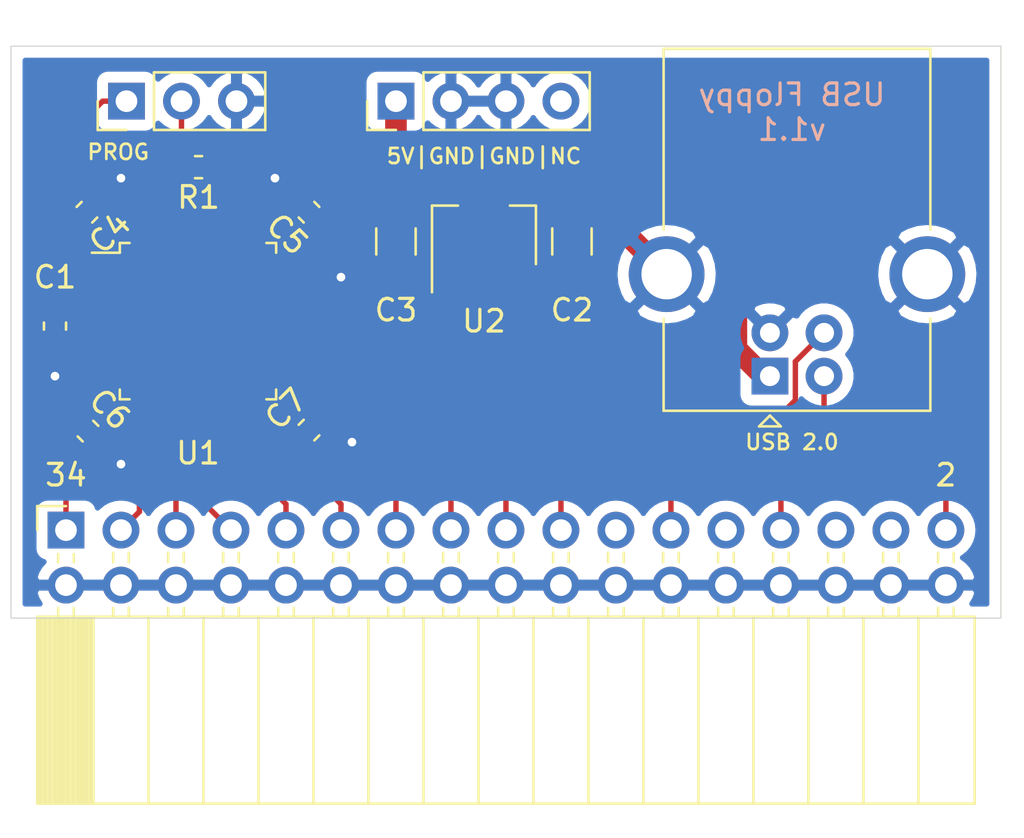
<source format=kicad_pcb>
(kicad_pcb (version 20171130) (host pcbnew 5.1.4-e60b266~84~ubuntu18.04.1)

  (general
    (thickness 1.6)
    (drawings 10)
    (tracks 175)
    (zones 0)
    (modules 14)
    (nets 48)
  )

  (page A4)
  (layers
    (0 F.Cu signal)
    (31 B.Cu signal)
    (32 B.Adhes user)
    (33 F.Adhes user)
    (34 B.Paste user)
    (35 F.Paste user)
    (36 B.SilkS user)
    (37 F.SilkS user)
    (38 B.Mask user)
    (39 F.Mask user)
    (40 Dwgs.User user)
    (41 Cmts.User user)
    (42 Eco1.User user)
    (43 Eco2.User user)
    (44 Edge.Cuts user)
    (45 Margin user)
    (46 B.CrtYd user)
    (47 F.CrtYd user)
    (48 B.Fab user)
    (49 F.Fab user)
  )

  (setup
    (last_trace_width 0.25)
    (user_trace_width 1)
    (trace_clearance 0.2)
    (zone_clearance 0.508)
    (zone_45_only no)
    (trace_min 0.2)
    (via_size 0.8)
    (via_drill 0.4)
    (via_min_size 0.4)
    (via_min_drill 0.3)
    (uvia_size 0.3)
    (uvia_drill 0.1)
    (uvias_allowed no)
    (uvia_min_size 0.2)
    (uvia_min_drill 0.1)
    (edge_width 0.05)
    (segment_width 0.2)
    (pcb_text_width 0.3)
    (pcb_text_size 1.5 1.5)
    (mod_edge_width 0.12)
    (mod_text_size 1 1)
    (mod_text_width 0.15)
    (pad_size 1.524 1.524)
    (pad_drill 0.762)
    (pad_to_mask_clearance 0.051)
    (solder_mask_min_width 0.25)
    (aux_axis_origin 0 0)
    (visible_elements FFFFFF7F)
    (pcbplotparams
      (layerselection 0x00008_7ffffffe)
      (usegerberextensions true)
      (usegerberattributes false)
      (usegerberadvancedattributes false)
      (creategerberjobfile false)
      (excludeedgelayer true)
      (linewidth 0.100000)
      (plotframeref false)
      (viasonmask false)
      (mode 1)
      (useauxorigin false)
      (hpglpennumber 1)
      (hpglpenspeed 20)
      (hpglpendiameter 15.000000)
      (psnegative false)
      (psa4output false)
      (plotreference true)
      (plotvalue true)
      (plotinvisibletext false)
      (padsonsilk false)
      (subtractmaskfromsilk false)
      (outputformat 1)
      (mirror false)
      (drillshape 0)
      (scaleselection 1)
      (outputdirectory "output/"))
  )

  (net 0 "")
  (net 1 "Net-(U1-Pad46)")
  (net 2 "Net-(U1-Pad45)")
  (net 3 "Net-(U1-Pad43)")
  (net 4 "Net-(U1-Pad42)")
  (net 5 "Net-(U1-Pad41)")
  (net 6 "Net-(U1-Pad40)")
  (net 7 "Net-(U1-Pad39)")
  (net 8 "Net-(U1-Pad38)")
  (net 9 "Net-(U1-Pad31)")
  (net 10 "Net-(U1-Pad15)")
  (net 11 "Net-(U1-Pad14)")
  (net 12 "Net-(U1-Pad13)")
  (net 13 "Net-(U1-Pad6)")
  (net 14 "Net-(U1-Pad5)")
  (net 15 "Net-(U1-Pad4)")
  (net 16 "Net-(U1-Pad3)")
  (net 17 "Net-(U1-Pad2)")
  (net 18 "Net-(J1-Pad31)")
  (net 19 "Net-(J1-Pad29)")
  (net 20 "Net-(J1-Pad25)")
  (net 21 "Net-(J1-Pad21)")
  (net 22 READY)
  (net 23 HEADSEL)
  (net 24 RDATA)
  (net 25 PROTECT)
  (net 26 TRACK0)
  (net 27 WENABLE)
  (net 28 WDATA)
  (net 29 STEP)
  (net 30 DIR)
  (net 31 MOTOR)
  (net 32 ENABLE)
  (net 33 INDEX)
  (net 34 DENSITY)
  (net 35 +3V3)
  (net 36 GND)
  (net 37 NRST)
  (net 38 "Net-(U1-Pad17)")
  (net 39 "Net-(U1-Pad16)")
  (net 40 "Net-(U1-Pad10)")
  (net 41 DP)
  (net 42 DM)
  (net 43 +5V)
  (net 44 "Net-(J4-Pad4)")
  (net 45 BOOT0)
  (net 46 "Net-(U1-Pad37)")
  (net 47 "Net-(U1-Pad34)")

  (net_class Default "This is the default net class."
    (clearance 0.2)
    (trace_width 0.25)
    (via_dia 0.8)
    (via_drill 0.4)
    (uvia_dia 0.3)
    (uvia_drill 0.1)
    (add_net +3V3)
    (add_net +5V)
    (add_net BOOT0)
    (add_net DENSITY)
    (add_net DIR)
    (add_net DM)
    (add_net DP)
    (add_net ENABLE)
    (add_net GND)
    (add_net HEADSEL)
    (add_net INDEX)
    (add_net MOTOR)
    (add_net NRST)
    (add_net "Net-(J1-Pad21)")
    (add_net "Net-(J1-Pad25)")
    (add_net "Net-(J1-Pad29)")
    (add_net "Net-(J1-Pad31)")
    (add_net "Net-(J4-Pad4)")
    (add_net "Net-(U1-Pad10)")
    (add_net "Net-(U1-Pad13)")
    (add_net "Net-(U1-Pad14)")
    (add_net "Net-(U1-Pad15)")
    (add_net "Net-(U1-Pad16)")
    (add_net "Net-(U1-Pad17)")
    (add_net "Net-(U1-Pad2)")
    (add_net "Net-(U1-Pad3)")
    (add_net "Net-(U1-Pad31)")
    (add_net "Net-(U1-Pad34)")
    (add_net "Net-(U1-Pad37)")
    (add_net "Net-(U1-Pad38)")
    (add_net "Net-(U1-Pad39)")
    (add_net "Net-(U1-Pad4)")
    (add_net "Net-(U1-Pad40)")
    (add_net "Net-(U1-Pad41)")
    (add_net "Net-(U1-Pad42)")
    (add_net "Net-(U1-Pad43)")
    (add_net "Net-(U1-Pad45)")
    (add_net "Net-(U1-Pad46)")
    (add_net "Net-(U1-Pad5)")
    (add_net "Net-(U1-Pad6)")
    (add_net PROTECT)
    (add_net RDATA)
    (add_net READY)
    (add_net STEP)
    (add_net TRACK0)
    (add_net WDATA)
    (add_net WENABLE)
  )

  (module Resistor_SMD:R_0603_1608Metric (layer F.Cu) (tedit 5B301BBD) (tstamp 5DB64BA1)
    (at 46.7615 47.244)
    (descr "Resistor SMD 0603 (1608 Metric), square (rectangular) end terminal, IPC_7351 nominal, (Body size source: http://www.tortai-tech.com/upload/download/2011102023233369053.pdf), generated with kicad-footprint-generator")
    (tags resistor)
    (path /5DBAF985)
    (attr smd)
    (fp_text reference R1 (at 0 1.397) (layer F.SilkS)
      (effects (font (size 1 1) (thickness 0.15)))
    )
    (fp_text value 10k (at 0 1.43) (layer F.Fab)
      (effects (font (size 1 1) (thickness 0.15)))
    )
    (fp_text user %R (at 0 0) (layer F.Fab)
      (effects (font (size 0.4 0.4) (thickness 0.06)))
    )
    (fp_line (start 1.48 0.73) (end -1.48 0.73) (layer F.CrtYd) (width 0.05))
    (fp_line (start 1.48 -0.73) (end 1.48 0.73) (layer F.CrtYd) (width 0.05))
    (fp_line (start -1.48 -0.73) (end 1.48 -0.73) (layer F.CrtYd) (width 0.05))
    (fp_line (start -1.48 0.73) (end -1.48 -0.73) (layer F.CrtYd) (width 0.05))
    (fp_line (start -0.162779 0.51) (end 0.162779 0.51) (layer F.SilkS) (width 0.12))
    (fp_line (start -0.162779 -0.51) (end 0.162779 -0.51) (layer F.SilkS) (width 0.12))
    (fp_line (start 0.8 0.4) (end -0.8 0.4) (layer F.Fab) (width 0.1))
    (fp_line (start 0.8 -0.4) (end 0.8 0.4) (layer F.Fab) (width 0.1))
    (fp_line (start -0.8 -0.4) (end 0.8 -0.4) (layer F.Fab) (width 0.1))
    (fp_line (start -0.8 0.4) (end -0.8 -0.4) (layer F.Fab) (width 0.1))
    (pad 2 smd roundrect (at 0.7875 0) (size 0.875 0.95) (layers F.Cu F.Paste F.Mask) (roundrect_rratio 0.25)
      (net 36 GND))
    (pad 1 smd roundrect (at -0.7875 0) (size 0.875 0.95) (layers F.Cu F.Paste F.Mask) (roundrect_rratio 0.25)
      (net 45 BOOT0))
    (model ${KISYS3DMOD}/Resistor_SMD.3dshapes/R_0603_1608Metric.wrl
      (at (xyz 0 0 0))
      (scale (xyz 1 1 1))
      (rotate (xyz 0 0 0))
    )
  )

  (module Connector_PinHeader_2.54mm:PinHeader_1x03_P2.54mm_Vertical (layer F.Cu) (tedit 59FED5CC) (tstamp 5DB6499C)
    (at 43.434 44.196 90)
    (descr "Through hole straight pin header, 1x03, 2.54mm pitch, single row")
    (tags "Through hole pin header THT 1x03 2.54mm single row")
    (path /5DB90733)
    (fp_text reference J2 (at 0 -2.33 90) (layer F.SilkS) hide
      (effects (font (size 1 1) (thickness 0.15)))
    )
    (fp_text value PROG (at 0 7.41 90) (layer F.Fab)
      (effects (font (size 1 1) (thickness 0.15)))
    )
    (fp_text user %R (at 0 2.54) (layer F.Fab)
      (effects (font (size 1 1) (thickness 0.15)))
    )
    (fp_line (start 1.8 -1.8) (end -1.8 -1.8) (layer F.CrtYd) (width 0.05))
    (fp_line (start 1.8 6.85) (end 1.8 -1.8) (layer F.CrtYd) (width 0.05))
    (fp_line (start -1.8 6.85) (end 1.8 6.85) (layer F.CrtYd) (width 0.05))
    (fp_line (start -1.8 -1.8) (end -1.8 6.85) (layer F.CrtYd) (width 0.05))
    (fp_line (start -1.33 -1.33) (end 0 -1.33) (layer F.SilkS) (width 0.12))
    (fp_line (start -1.33 0) (end -1.33 -1.33) (layer F.SilkS) (width 0.12))
    (fp_line (start -1.33 1.27) (end 1.33 1.27) (layer F.SilkS) (width 0.12))
    (fp_line (start 1.33 1.27) (end 1.33 6.41) (layer F.SilkS) (width 0.12))
    (fp_line (start -1.33 1.27) (end -1.33 6.41) (layer F.SilkS) (width 0.12))
    (fp_line (start -1.33 6.41) (end 1.33 6.41) (layer F.SilkS) (width 0.12))
    (fp_line (start -1.27 -0.635) (end -0.635 -1.27) (layer F.Fab) (width 0.1))
    (fp_line (start -1.27 6.35) (end -1.27 -0.635) (layer F.Fab) (width 0.1))
    (fp_line (start 1.27 6.35) (end -1.27 6.35) (layer F.Fab) (width 0.1))
    (fp_line (start 1.27 -1.27) (end 1.27 6.35) (layer F.Fab) (width 0.1))
    (fp_line (start -0.635 -1.27) (end 1.27 -1.27) (layer F.Fab) (width 0.1))
    (pad 3 thru_hole oval (at 0 5.08 90) (size 1.7 1.7) (drill 1) (layers *.Cu *.Mask)
      (net 36 GND))
    (pad 2 thru_hole oval (at 0 2.54 90) (size 1.7 1.7) (drill 1) (layers *.Cu *.Mask)
      (net 45 BOOT0))
    (pad 1 thru_hole rect (at 0 0 90) (size 1.7 1.7) (drill 1) (layers *.Cu *.Mask)
      (net 35 +3V3))
    (model ${KISYS3DMOD}/Connector_PinHeader_2.54mm.3dshapes/PinHeader_1x03_P2.54mm_Vertical.wrl
      (at (xyz 0 0 0))
      (scale (xyz 1 1 1))
      (rotate (xyz 0 0 0))
    )
  )

  (module Capacitor_SMD:C_0603_1608Metric (layer F.Cu) (tedit 5B301BBE) (tstamp 5CC9DBCB)
    (at 51.864847 59.387153 225)
    (descr "Capacitor SMD 0603 (1608 Metric), square (rectangular) end terminal, IPC_7351 nominal, (Body size source: http://www.tortai-tech.com/upload/download/2011102023233369053.pdf), generated with kicad-footprint-generator")
    (tags capacitor)
    (path /5CD1CC6A)
    (attr smd)
    (fp_text reference C7 (at 0.06908 1.436841 45) (layer F.SilkS)
      (effects (font (size 1 1) (thickness 0.15)))
    )
    (fp_text value 0.1u (at 0 1.43 45) (layer F.Fab)
      (effects (font (size 1 1) (thickness 0.15)))
    )
    (fp_text user %R (at 0 0 45) (layer F.Fab)
      (effects (font (size 0.4 0.4) (thickness 0.06)))
    )
    (fp_line (start 1.48 0.73) (end -1.48 0.73) (layer F.CrtYd) (width 0.05))
    (fp_line (start 1.48 -0.73) (end 1.48 0.73) (layer F.CrtYd) (width 0.05))
    (fp_line (start -1.48 -0.73) (end 1.48 -0.73) (layer F.CrtYd) (width 0.05))
    (fp_line (start -1.48 0.73) (end -1.48 -0.73) (layer F.CrtYd) (width 0.05))
    (fp_line (start -0.162779 0.51) (end 0.162779 0.51) (layer F.SilkS) (width 0.12))
    (fp_line (start -0.162779 -0.51) (end 0.162779 -0.51) (layer F.SilkS) (width 0.12))
    (fp_line (start 0.8 0.4) (end -0.8 0.4) (layer F.Fab) (width 0.1))
    (fp_line (start 0.8 -0.4) (end 0.8 0.4) (layer F.Fab) (width 0.1))
    (fp_line (start -0.8 -0.4) (end 0.8 -0.4) (layer F.Fab) (width 0.1))
    (fp_line (start -0.8 0.4) (end -0.8 -0.4) (layer F.Fab) (width 0.1))
    (pad 2 smd roundrect (at 0.7875 0 225) (size 0.875 0.95) (layers F.Cu F.Paste F.Mask) (roundrect_rratio 0.25)
      (net 36 GND))
    (pad 1 smd roundrect (at -0.7875 0 225) (size 0.875 0.95) (layers F.Cu F.Paste F.Mask) (roundrect_rratio 0.25)
      (net 35 +3V3))
    (model ${KISYS3DMOD}/Capacitor_SMD.3dshapes/C_0603_1608Metric.wrl
      (at (xyz 0 0 0))
      (scale (xyz 1 1 1))
      (rotate (xyz 0 0 0))
    )
  )

  (module Capacitor_SMD:C_0603_1608Metric (layer F.Cu) (tedit 5B301BBE) (tstamp 5CC9EBFE)
    (at 41.656 59.436 315)
    (descr "Capacitor SMD 0603 (1608 Metric), square (rectangular) end terminal, IPC_7351 nominal, (Body size source: http://www.tortai-tech.com/upload/download/2011102023233369053.pdf), generated with kicad-footprint-generator")
    (tags capacitor)
    (path /5CD1C8C2)
    (attr smd)
    (fp_text reference C6 (at 0 -1.43 135) (layer F.SilkS)
      (effects (font (size 1 1) (thickness 0.15)))
    )
    (fp_text value 0.1u (at 0 1.43 135) (layer F.Fab)
      (effects (font (size 1 1) (thickness 0.15)))
    )
    (fp_text user %R (at 0 0 135) (layer F.Fab)
      (effects (font (size 0.4 0.4) (thickness 0.06)))
    )
    (fp_line (start 1.48 0.73) (end -1.48 0.73) (layer F.CrtYd) (width 0.05))
    (fp_line (start 1.48 -0.73) (end 1.48 0.73) (layer F.CrtYd) (width 0.05))
    (fp_line (start -1.48 -0.73) (end 1.48 -0.73) (layer F.CrtYd) (width 0.05))
    (fp_line (start -1.48 0.73) (end -1.48 -0.73) (layer F.CrtYd) (width 0.05))
    (fp_line (start -0.162779 0.51) (end 0.162779 0.51) (layer F.SilkS) (width 0.12))
    (fp_line (start -0.162779 -0.51) (end 0.162779 -0.51) (layer F.SilkS) (width 0.12))
    (fp_line (start 0.8 0.4) (end -0.8 0.4) (layer F.Fab) (width 0.1))
    (fp_line (start 0.8 -0.4) (end 0.8 0.4) (layer F.Fab) (width 0.1))
    (fp_line (start -0.8 -0.4) (end 0.8 -0.4) (layer F.Fab) (width 0.1))
    (fp_line (start -0.8 0.4) (end -0.8 -0.4) (layer F.Fab) (width 0.1))
    (pad 2 smd roundrect (at 0.7875 0 315) (size 0.875 0.95) (layers F.Cu F.Paste F.Mask) (roundrect_rratio 0.25)
      (net 36 GND))
    (pad 1 smd roundrect (at -0.7875 0 315) (size 0.875 0.95) (layers F.Cu F.Paste F.Mask) (roundrect_rratio 0.25)
      (net 35 +3V3))
    (model ${KISYS3DMOD}/Capacitor_SMD.3dshapes/C_0603_1608Metric.wrl
      (at (xyz 0 0 0))
      (scale (xyz 1 1 1))
      (rotate (xyz 0 0 0))
    )
  )

  (module Capacitor_SMD:C_0603_1608Metric (layer F.Cu) (tedit 5B301BBE) (tstamp 5CC9DBA9)
    (at 51.864847 49.324847 135)
    (descr "Capacitor SMD 0603 (1608 Metric), square (rectangular) end terminal, IPC_7351 nominal, (Body size source: http://www.tortai-tech.com/upload/download/2011102023233369053.pdf), generated with kicad-footprint-generator")
    (tags capacitor)
    (path /5CD1C32E)
    (attr smd)
    (fp_text reference C5 (at 0 -1.43 135) (layer F.SilkS)
      (effects (font (size 1 1) (thickness 0.15)))
    )
    (fp_text value 0.1u (at 0 1.43 135) (layer F.Fab)
      (effects (font (size 1 1) (thickness 0.15)))
    )
    (fp_text user %R (at 0 0 135) (layer F.Fab)
      (effects (font (size 0.4 0.4) (thickness 0.06)))
    )
    (fp_line (start 1.48 0.73) (end -1.48 0.73) (layer F.CrtYd) (width 0.05))
    (fp_line (start 1.48 -0.73) (end 1.48 0.73) (layer F.CrtYd) (width 0.05))
    (fp_line (start -1.48 -0.73) (end 1.48 -0.73) (layer F.CrtYd) (width 0.05))
    (fp_line (start -1.48 0.73) (end -1.48 -0.73) (layer F.CrtYd) (width 0.05))
    (fp_line (start -0.162779 0.51) (end 0.162779 0.51) (layer F.SilkS) (width 0.12))
    (fp_line (start -0.162779 -0.51) (end 0.162779 -0.51) (layer F.SilkS) (width 0.12))
    (fp_line (start 0.8 0.4) (end -0.8 0.4) (layer F.Fab) (width 0.1))
    (fp_line (start 0.8 -0.4) (end 0.8 0.4) (layer F.Fab) (width 0.1))
    (fp_line (start -0.8 -0.4) (end 0.8 -0.4) (layer F.Fab) (width 0.1))
    (fp_line (start -0.8 0.4) (end -0.8 -0.4) (layer F.Fab) (width 0.1))
    (pad 2 smd roundrect (at 0.7875 0 135) (size 0.875 0.95) (layers F.Cu F.Paste F.Mask) (roundrect_rratio 0.25)
      (net 36 GND))
    (pad 1 smd roundrect (at -0.7875 0 135) (size 0.875 0.95) (layers F.Cu F.Paste F.Mask) (roundrect_rratio 0.25)
      (net 35 +3V3))
    (model ${KISYS3DMOD}/Capacitor_SMD.3dshapes/C_0603_1608Metric.wrl
      (at (xyz 0 0 0))
      (scale (xyz 1 1 1))
      (rotate (xyz 0 0 0))
    )
  )

  (module Capacitor_SMD:C_0603_1608Metric (layer F.Cu) (tedit 5B301BBE) (tstamp 5CC9DB98)
    (at 41.607153 49.324847 45)
    (descr "Capacitor SMD 0603 (1608 Metric), square (rectangular) end terminal, IPC_7351 nominal, (Body size source: http://www.tortai-tech.com/upload/download/2011102023233369053.pdf), generated with kicad-footprint-generator")
    (tags capacitor)
    (path /5CD1BF82)
    (attr smd)
    (fp_text reference C4 (at 0.06908 1.436841 45) (layer F.SilkS)
      (effects (font (size 1 1) (thickness 0.15)))
    )
    (fp_text value 0.1u (at 0 1.43 45) (layer F.Fab)
      (effects (font (size 1 1) (thickness 0.15)))
    )
    (fp_text user %R (at 0 0 45) (layer F.Fab)
      (effects (font (size 0.4 0.4) (thickness 0.06)))
    )
    (fp_line (start 1.48 0.73) (end -1.48 0.73) (layer F.CrtYd) (width 0.05))
    (fp_line (start 1.48 -0.73) (end 1.48 0.73) (layer F.CrtYd) (width 0.05))
    (fp_line (start -1.48 -0.73) (end 1.48 -0.73) (layer F.CrtYd) (width 0.05))
    (fp_line (start -1.48 0.73) (end -1.48 -0.73) (layer F.CrtYd) (width 0.05))
    (fp_line (start -0.162779 0.51) (end 0.162779 0.51) (layer F.SilkS) (width 0.12))
    (fp_line (start -0.162779 -0.51) (end 0.162779 -0.51) (layer F.SilkS) (width 0.12))
    (fp_line (start 0.8 0.4) (end -0.8 0.4) (layer F.Fab) (width 0.1))
    (fp_line (start 0.8 -0.4) (end 0.8 0.4) (layer F.Fab) (width 0.1))
    (fp_line (start -0.8 -0.4) (end 0.8 -0.4) (layer F.Fab) (width 0.1))
    (fp_line (start -0.8 0.4) (end -0.8 -0.4) (layer F.Fab) (width 0.1))
    (pad 2 smd roundrect (at 0.7875 0 45) (size 0.875 0.95) (layers F.Cu F.Paste F.Mask) (roundrect_rratio 0.25)
      (net 36 GND))
    (pad 1 smd roundrect (at -0.7875 0 45) (size 0.875 0.95) (layers F.Cu F.Paste F.Mask) (roundrect_rratio 0.25)
      (net 35 +3V3))
    (model ${KISYS3DMOD}/Capacitor_SMD.3dshapes/C_0603_1608Metric.wrl
      (at (xyz 0 0 0))
      (scale (xyz 1 1 1))
      (rotate (xyz 0 0 0))
    )
  )

  (module Capacitor_SMD:C_0603_1608Metric (layer F.Cu) (tedit 5B301BBE) (tstamp 5CC9DB47)
    (at 40.132 54.5845 270)
    (descr "Capacitor SMD 0603 (1608 Metric), square (rectangular) end terminal, IPC_7351 nominal, (Body size source: http://www.tortai-tech.com/upload/download/2011102023233369053.pdf), generated with kicad-footprint-generator")
    (tags capacitor)
    (path /5CCCC19B)
    (attr smd)
    (fp_text reference C1 (at -2.2605 0 180) (layer F.SilkS)
      (effects (font (size 1 1) (thickness 0.15)))
    )
    (fp_text value 0.1u (at 0 1.43 90) (layer F.Fab)
      (effects (font (size 1 1) (thickness 0.15)))
    )
    (fp_text user %R (at 0 0 90) (layer F.Fab)
      (effects (font (size 0.4 0.4) (thickness 0.06)))
    )
    (fp_line (start 1.48 0.73) (end -1.48 0.73) (layer F.CrtYd) (width 0.05))
    (fp_line (start 1.48 -0.73) (end 1.48 0.73) (layer F.CrtYd) (width 0.05))
    (fp_line (start -1.48 -0.73) (end 1.48 -0.73) (layer F.CrtYd) (width 0.05))
    (fp_line (start -1.48 0.73) (end -1.48 -0.73) (layer F.CrtYd) (width 0.05))
    (fp_line (start -0.162779 0.51) (end 0.162779 0.51) (layer F.SilkS) (width 0.12))
    (fp_line (start -0.162779 -0.51) (end 0.162779 -0.51) (layer F.SilkS) (width 0.12))
    (fp_line (start 0.8 0.4) (end -0.8 0.4) (layer F.Fab) (width 0.1))
    (fp_line (start 0.8 -0.4) (end 0.8 0.4) (layer F.Fab) (width 0.1))
    (fp_line (start -0.8 -0.4) (end 0.8 -0.4) (layer F.Fab) (width 0.1))
    (fp_line (start -0.8 0.4) (end -0.8 -0.4) (layer F.Fab) (width 0.1))
    (pad 2 smd roundrect (at 0.7875 0 270) (size 0.875 0.95) (layers F.Cu F.Paste F.Mask) (roundrect_rratio 0.25)
      (net 36 GND))
    (pad 1 smd roundrect (at -0.7875 0 270) (size 0.875 0.95) (layers F.Cu F.Paste F.Mask) (roundrect_rratio 0.25)
      (net 37 NRST))
    (model ${KISYS3DMOD}/Capacitor_SMD.3dshapes/C_0603_1608Metric.wrl
      (at (xyz 0 0 0))
      (scale (xyz 1 1 1))
      (rotate (xyz 0 0 0))
    )
  )

  (module Capacitor_SMD:C_1206_3216Metric (layer F.Cu) (tedit 5B301BBE) (tstamp 5CC9D33B)
    (at 55.88 50.676 90)
    (descr "Capacitor SMD 1206 (3216 Metric), square (rectangular) end terminal, IPC_7351 nominal, (Body size source: http://www.tortai-tech.com/upload/download/2011102023233369053.pdf), generated with kicad-footprint-generator")
    (tags capacitor)
    (path /5CCF9032)
    (attr smd)
    (fp_text reference C3 (at -3.172 0 180) (layer F.SilkS)
      (effects (font (size 1 1) (thickness 0.15)))
    )
    (fp_text value 10u (at 0 1.82 90) (layer F.Fab)
      (effects (font (size 1 1) (thickness 0.15)))
    )
    (fp_text user %R (at 0 0 90) (layer F.Fab)
      (effects (font (size 0.8 0.8) (thickness 0.12)))
    )
    (fp_line (start 2.28 1.12) (end -2.28 1.12) (layer F.CrtYd) (width 0.05))
    (fp_line (start 2.28 -1.12) (end 2.28 1.12) (layer F.CrtYd) (width 0.05))
    (fp_line (start -2.28 -1.12) (end 2.28 -1.12) (layer F.CrtYd) (width 0.05))
    (fp_line (start -2.28 1.12) (end -2.28 -1.12) (layer F.CrtYd) (width 0.05))
    (fp_line (start -0.602064 0.91) (end 0.602064 0.91) (layer F.SilkS) (width 0.12))
    (fp_line (start -0.602064 -0.91) (end 0.602064 -0.91) (layer F.SilkS) (width 0.12))
    (fp_line (start 1.6 0.8) (end -1.6 0.8) (layer F.Fab) (width 0.1))
    (fp_line (start 1.6 -0.8) (end 1.6 0.8) (layer F.Fab) (width 0.1))
    (fp_line (start -1.6 -0.8) (end 1.6 -0.8) (layer F.Fab) (width 0.1))
    (fp_line (start -1.6 0.8) (end -1.6 -0.8) (layer F.Fab) (width 0.1))
    (pad 2 smd roundrect (at 1.4 0 90) (size 1.25 1.75) (layers F.Cu F.Paste F.Mask) (roundrect_rratio 0.2)
      (net 36 GND))
    (pad 1 smd roundrect (at -1.4 0 90) (size 1.25 1.75) (layers F.Cu F.Paste F.Mask) (roundrect_rratio 0.2)
      (net 35 +3V3))
    (model ${KISYS3DMOD}/Capacitor_SMD.3dshapes/C_1206_3216Metric.wrl
      (at (xyz 0 0 0))
      (scale (xyz 1 1 1))
      (rotate (xyz 0 0 0))
    )
  )

  (module Capacitor_SMD:C_1206_3216Metric (layer F.Cu) (tedit 5B301BBE) (tstamp 5CC9D32A)
    (at 64.008 50.676 90)
    (descr "Capacitor SMD 1206 (3216 Metric), square (rectangular) end terminal, IPC_7351 nominal, (Body size source: http://www.tortai-tech.com/upload/download/2011102023233369053.pdf), generated with kicad-footprint-generator")
    (tags capacitor)
    (path /5CCF82EB)
    (attr smd)
    (fp_text reference C2 (at -3.172 0 180) (layer F.SilkS)
      (effects (font (size 1 1) (thickness 0.15)))
    )
    (fp_text value 10u (at 0 1.82 90) (layer F.Fab)
      (effects (font (size 1 1) (thickness 0.15)))
    )
    (fp_text user %R (at 0 0 90) (layer F.Fab)
      (effects (font (size 0.8 0.8) (thickness 0.12)))
    )
    (fp_line (start 2.28 1.12) (end -2.28 1.12) (layer F.CrtYd) (width 0.05))
    (fp_line (start 2.28 -1.12) (end 2.28 1.12) (layer F.CrtYd) (width 0.05))
    (fp_line (start -2.28 -1.12) (end 2.28 -1.12) (layer F.CrtYd) (width 0.05))
    (fp_line (start -2.28 1.12) (end -2.28 -1.12) (layer F.CrtYd) (width 0.05))
    (fp_line (start -0.602064 0.91) (end 0.602064 0.91) (layer F.SilkS) (width 0.12))
    (fp_line (start -0.602064 -0.91) (end 0.602064 -0.91) (layer F.SilkS) (width 0.12))
    (fp_line (start 1.6 0.8) (end -1.6 0.8) (layer F.Fab) (width 0.1))
    (fp_line (start 1.6 -0.8) (end 1.6 0.8) (layer F.Fab) (width 0.1))
    (fp_line (start -1.6 -0.8) (end 1.6 -0.8) (layer F.Fab) (width 0.1))
    (fp_line (start -1.6 0.8) (end -1.6 -0.8) (layer F.Fab) (width 0.1))
    (pad 2 smd roundrect (at 1.4 0 90) (size 1.25 1.75) (layers F.Cu F.Paste F.Mask) (roundrect_rratio 0.2)
      (net 36 GND))
    (pad 1 smd roundrect (at -1.4 0 90) (size 1.25 1.75) (layers F.Cu F.Paste F.Mask) (roundrect_rratio 0.2)
      (net 43 +5V))
    (model ${KISYS3DMOD}/Capacitor_SMD.3dshapes/C_1206_3216Metric.wrl
      (at (xyz 0 0 0))
      (scale (xyz 1 1 1))
      (rotate (xyz 0 0 0))
    )
  )

  (module Connector_PinHeader_2.54mm:PinHeader_1x04_P2.54mm_Vertical (layer F.Cu) (tedit 59FED5CC) (tstamp 5CC97FA3)
    (at 55.88 44.196 90)
    (descr "Through hole straight pin header, 1x04, 2.54mm pitch, single row")
    (tags "Through hole pin header THT 1x04 2.54mm single row")
    (path /5CD11D0C)
    (fp_text reference J4 (at -2.54 -1.016 180) (layer F.SilkS) hide
      (effects (font (size 1 1) (thickness 0.15)))
    )
    (fp_text value Conn_01x04 (at 0 9.95 90) (layer F.Fab)
      (effects (font (size 1 1) (thickness 0.15)))
    )
    (fp_text user %R (at 0 3.81) (layer F.Fab)
      (effects (font (size 1 1) (thickness 0.15)))
    )
    (fp_line (start 1.8 -1.8) (end -1.8 -1.8) (layer F.CrtYd) (width 0.05))
    (fp_line (start 1.8 9.4) (end 1.8 -1.8) (layer F.CrtYd) (width 0.05))
    (fp_line (start -1.8 9.4) (end 1.8 9.4) (layer F.CrtYd) (width 0.05))
    (fp_line (start -1.8 -1.8) (end -1.8 9.4) (layer F.CrtYd) (width 0.05))
    (fp_line (start -1.33 -1.33) (end 0 -1.33) (layer F.SilkS) (width 0.12))
    (fp_line (start -1.33 0) (end -1.33 -1.33) (layer F.SilkS) (width 0.12))
    (fp_line (start -1.33 1.27) (end 1.33 1.27) (layer F.SilkS) (width 0.12))
    (fp_line (start 1.33 1.27) (end 1.33 8.95) (layer F.SilkS) (width 0.12))
    (fp_line (start -1.33 1.27) (end -1.33 8.95) (layer F.SilkS) (width 0.12))
    (fp_line (start -1.33 8.95) (end 1.33 8.95) (layer F.SilkS) (width 0.12))
    (fp_line (start -1.27 -0.635) (end -0.635 -1.27) (layer F.Fab) (width 0.1))
    (fp_line (start -1.27 8.89) (end -1.27 -0.635) (layer F.Fab) (width 0.1))
    (fp_line (start 1.27 8.89) (end -1.27 8.89) (layer F.Fab) (width 0.1))
    (fp_line (start 1.27 -1.27) (end 1.27 8.89) (layer F.Fab) (width 0.1))
    (fp_line (start -0.635 -1.27) (end 1.27 -1.27) (layer F.Fab) (width 0.1))
    (pad 4 thru_hole oval (at 0 7.62 90) (size 1.7 1.7) (drill 1) (layers *.Cu *.Mask)
      (net 44 "Net-(J4-Pad4)"))
    (pad 3 thru_hole oval (at 0 5.08 90) (size 1.7 1.7) (drill 1) (layers *.Cu *.Mask)
      (net 36 GND))
    (pad 2 thru_hole oval (at 0 2.54 90) (size 1.7 1.7) (drill 1) (layers *.Cu *.Mask)
      (net 36 GND))
    (pad 1 thru_hole rect (at 0 0 90) (size 1.7 1.7) (drill 1) (layers *.Cu *.Mask)
      (net 43 +5V))
    (model ${KISYS3DMOD}/Connector_PinHeader_2.54mm.3dshapes/PinHeader_1x04_P2.54mm_Vertical.wrl
      (at (xyz 0 0 0))
      (scale (xyz 1 1 1))
      (rotate (xyz 0 0 0))
    )
  )

  (module Package_TO_SOT_SMD:SOT-89-3 (layer F.Cu) (tedit 5A02FF57) (tstamp 5CC94E8A)
    (at 59.944 50.8 90)
    (descr SOT-89-3)
    (tags SOT-89-3)
    (path /5CD0D516)
    (attr smd)
    (fp_text reference U2 (at -3.556 0 180) (layer F.SilkS)
      (effects (font (size 1 1) (thickness 0.15)))
    )
    (fp_text value L78L33_SOT89 (at 0.45 3.25 90) (layer F.Fab)
      (effects (font (size 1 1) (thickness 0.15)))
    )
    (fp_line (start -2.48 2.55) (end -2.48 -2.55) (layer F.CrtYd) (width 0.05))
    (fp_line (start -2.48 2.55) (end 3.23 2.55) (layer F.CrtYd) (width 0.05))
    (fp_line (start 3.23 -2.55) (end -2.48 -2.55) (layer F.CrtYd) (width 0.05))
    (fp_line (start 3.23 -2.55) (end 3.23 2.55) (layer F.CrtYd) (width 0.05))
    (fp_line (start -0.13 -2.3) (end 1.68 -2.3) (layer F.Fab) (width 0.1))
    (fp_line (start -0.92 2.3) (end -0.92 -1.51) (layer F.Fab) (width 0.1))
    (fp_line (start 1.68 2.3) (end -0.92 2.3) (layer F.Fab) (width 0.1))
    (fp_line (start 1.68 -2.3) (end 1.68 2.3) (layer F.Fab) (width 0.1))
    (fp_line (start -0.92 -1.51) (end -0.13 -2.3) (layer F.Fab) (width 0.1))
    (fp_line (start 1.78 -2.4) (end 1.78 -1.2) (layer F.SilkS) (width 0.12))
    (fp_line (start -2.22 -2.4) (end 1.78 -2.4) (layer F.SilkS) (width 0.12))
    (fp_line (start 1.78 2.4) (end -0.92 2.4) (layer F.SilkS) (width 0.12))
    (fp_line (start 1.78 1.2) (end 1.78 2.4) (layer F.SilkS) (width 0.12))
    (fp_text user %R (at 0.38 0) (layer F.Fab)
      (effects (font (size 0.6 0.6) (thickness 0.09)))
    )
    (pad 2 smd trapezoid (at -0.0762 0 180) (size 1.5 1) (rect_delta 0 0.7 ) (layers F.Cu F.Paste F.Mask)
      (net 36 GND))
    (pad 2 smd rect (at 1.3335 0) (size 2.2 1.84) (layers F.Cu F.Paste F.Mask)
      (net 36 GND))
    (pad 3 smd rect (at -1.48 1.5) (size 1 1.5) (layers F.Cu F.Paste F.Mask)
      (net 43 +5V))
    (pad 2 smd rect (at -1.3335 0) (size 1 1.8) (layers F.Cu F.Paste F.Mask)
      (net 36 GND))
    (pad 1 smd rect (at -1.48 -1.5) (size 1 1.5) (layers F.Cu F.Paste F.Mask)
      (net 35 +3V3))
    (pad 2 smd trapezoid (at 2.667 0) (size 1.6 0.85) (rect_delta 0 0.6 ) (layers F.Cu F.Paste F.Mask)
      (net 36 GND))
    (model ${KISYS3DMOD}/Package_TO_SOT_SMD.3dshapes/SOT-89-3.wrl
      (at (xyz 0 0 0))
      (scale (xyz 1 1 1))
      (rotate (xyz 0 0 0))
    )
  )

  (module Connector_USB:USB_B_OST_USB-B1HSxx_Horizontal (layer F.Cu) (tedit 5AFE01FF) (tstamp 5CC93F21)
    (at 73.152 56.896 90)
    (descr "USB B receptacle, Horizontal, through-hole, http://www.on-shore.com/wp-content/uploads/2015/09/usb-b1hsxx.pdf")
    (tags "USB-B receptacle horizontal through-hole")
    (path /5CCE0E36)
    (fp_text reference J3 (at -1.016 -6.096 180) (layer F.SilkS) hide
      (effects (font (size 1 1) (thickness 0.15)))
    )
    (fp_text value USB_B (at 6.76 10.27 90) (layer F.Fab)
      (effects (font (size 1 1) (thickness 0.15)))
    )
    (fp_text user %R (at 6.76 1.25 90) (layer F.Fab)
      (effects (font (size 1 1) (thickness 0.15)))
    )
    (fp_line (start 15.51 -7.02) (end -1.99 -7.02) (layer F.CrtYd) (width 0.05))
    (fp_line (start 15.51 9.52) (end 15.51 -7.02) (layer F.CrtYd) (width 0.05))
    (fp_line (start -1.99 9.52) (end 15.51 9.52) (layer F.CrtYd) (width 0.05))
    (fp_line (start -1.99 -7.02) (end -1.99 9.52) (layer F.CrtYd) (width 0.05))
    (fp_line (start -2.32 0.5) (end -1.82 0) (layer F.SilkS) (width 0.12))
    (fp_line (start -2.32 -0.5) (end -2.32 0.5) (layer F.SilkS) (width 0.12))
    (fp_line (start -1.82 0) (end -2.32 -0.5) (layer F.SilkS) (width 0.12))
    (fp_line (start 15.12 7.41) (end 6.76 7.41) (layer F.SilkS) (width 0.12))
    (fp_line (start 15.12 -4.91) (end 15.12 7.41) (layer F.SilkS) (width 0.12))
    (fp_line (start 6.76 -4.91) (end 15.12 -4.91) (layer F.SilkS) (width 0.12))
    (fp_line (start -1.6 7.41) (end 2.66 7.41) (layer F.SilkS) (width 0.12))
    (fp_line (start -1.6 -4.91) (end -1.6 7.41) (layer F.SilkS) (width 0.12))
    (fp_line (start 2.66 -4.91) (end -1.6 -4.91) (layer F.SilkS) (width 0.12))
    (fp_line (start -1.49 -3.8) (end -0.49 -4.8) (layer F.Fab) (width 0.1))
    (fp_line (start -1.49 7.3) (end -1.49 -3.8) (layer F.Fab) (width 0.1))
    (fp_line (start 15.01 7.3) (end -1.49 7.3) (layer F.Fab) (width 0.1))
    (fp_line (start 15.01 -4.8) (end 15.01 7.3) (layer F.Fab) (width 0.1))
    (fp_line (start -0.49 -4.8) (end 15.01 -4.8) (layer F.Fab) (width 0.1))
    (pad 5 thru_hole circle (at 4.71 7.27 90) (size 3.5 3.5) (drill 2.33) (layers *.Cu *.Mask)
      (net 36 GND))
    (pad 5 thru_hole circle (at 4.71 -4.77 90) (size 3.5 3.5) (drill 2.33) (layers *.Cu *.Mask)
      (net 36 GND))
    (pad 4 thru_hole circle (at 2 0 90) (size 1.7 1.7) (drill 0.92) (layers *.Cu *.Mask)
      (net 36 GND))
    (pad 3 thru_hole circle (at 2 2.5 90) (size 1.7 1.7) (drill 0.92) (layers *.Cu *.Mask)
      (net 41 DP))
    (pad 2 thru_hole circle (at 0 2.5 90) (size 1.7 1.7) (drill 0.92) (layers *.Cu *.Mask)
      (net 42 DM))
    (pad 1 thru_hole rect (at 0 0 90) (size 1.7 1.7) (drill 0.92) (layers *.Cu *.Mask)
      (net 43 +5V))
    (model "/home/charlie/Desktop/USB type-B female PCB.STEP"
      (offset (xyz -1.5 -7.3 0))
      (scale (xyz 1 1 1))
      (rotate (xyz -90 0 -90))
    )
  )

  (module Connector_PinSocket_2.54mm:PinSocket_2x17_P2.54mm_Horizontal (layer F.Cu) (tedit 5A19A427) (tstamp 5CC8F5B9)
    (at 40.64 64.008 90)
    (descr "Through hole angled socket strip, 2x17, 2.54mm pitch, 8.51mm socket length, double cols (from Kicad 4.0.7), script generated")
    (tags "Through hole angled socket strip THT 2x17 2.54mm double row")
    (path /5CC79A67)
    (fp_text reference J1 (at -5.65 -2.77 90) (layer F.SilkS) hide
      (effects (font (size 1 1) (thickness 0.15)))
    )
    (fp_text value Conn_02x17_Odd_Even (at -5.65 43.41 90) (layer F.Fab)
      (effects (font (size 1 1) (thickness 0.15)))
    )
    (fp_text user %R (at -8.315 20.32) (layer F.Fab)
      (effects (font (size 1 1) (thickness 0.15)))
    )
    (fp_line (start 1.8 42.45) (end 1.8 -1.75) (layer F.CrtYd) (width 0.05))
    (fp_line (start -13.05 42.45) (end 1.8 42.45) (layer F.CrtYd) (width 0.05))
    (fp_line (start -13.05 -1.75) (end -13.05 42.45) (layer F.CrtYd) (width 0.05))
    (fp_line (start 1.8 -1.75) (end -13.05 -1.75) (layer F.CrtYd) (width 0.05))
    (fp_line (start 0 -1.33) (end 1.11 -1.33) (layer F.SilkS) (width 0.12))
    (fp_line (start 1.11 -1.33) (end 1.11 0) (layer F.SilkS) (width 0.12))
    (fp_line (start -12.63 -1.33) (end -12.63 41.97) (layer F.SilkS) (width 0.12))
    (fp_line (start -12.63 41.97) (end -4 41.97) (layer F.SilkS) (width 0.12))
    (fp_line (start -4 -1.33) (end -4 41.97) (layer F.SilkS) (width 0.12))
    (fp_line (start -12.63 -1.33) (end -4 -1.33) (layer F.SilkS) (width 0.12))
    (fp_line (start -12.63 39.37) (end -4 39.37) (layer F.SilkS) (width 0.12))
    (fp_line (start -12.63 36.83) (end -4 36.83) (layer F.SilkS) (width 0.12))
    (fp_line (start -12.63 34.29) (end -4 34.29) (layer F.SilkS) (width 0.12))
    (fp_line (start -12.63 31.75) (end -4 31.75) (layer F.SilkS) (width 0.12))
    (fp_line (start -12.63 29.21) (end -4 29.21) (layer F.SilkS) (width 0.12))
    (fp_line (start -12.63 26.67) (end -4 26.67) (layer F.SilkS) (width 0.12))
    (fp_line (start -12.63 24.13) (end -4 24.13) (layer F.SilkS) (width 0.12))
    (fp_line (start -12.63 21.59) (end -4 21.59) (layer F.SilkS) (width 0.12))
    (fp_line (start -12.63 19.05) (end -4 19.05) (layer F.SilkS) (width 0.12))
    (fp_line (start -12.63 16.51) (end -4 16.51) (layer F.SilkS) (width 0.12))
    (fp_line (start -12.63 13.97) (end -4 13.97) (layer F.SilkS) (width 0.12))
    (fp_line (start -12.63 11.43) (end -4 11.43) (layer F.SilkS) (width 0.12))
    (fp_line (start -12.63 8.89) (end -4 8.89) (layer F.SilkS) (width 0.12))
    (fp_line (start -12.63 6.35) (end -4 6.35) (layer F.SilkS) (width 0.12))
    (fp_line (start -12.63 3.81) (end -4 3.81) (layer F.SilkS) (width 0.12))
    (fp_line (start -12.63 1.27) (end -4 1.27) (layer F.SilkS) (width 0.12))
    (fp_line (start -1.49 41) (end -1.05 41) (layer F.SilkS) (width 0.12))
    (fp_line (start -4 41) (end -3.59 41) (layer F.SilkS) (width 0.12))
    (fp_line (start -1.49 40.28) (end -1.05 40.28) (layer F.SilkS) (width 0.12))
    (fp_line (start -4 40.28) (end -3.59 40.28) (layer F.SilkS) (width 0.12))
    (fp_line (start -1.49 38.46) (end -1.05 38.46) (layer F.SilkS) (width 0.12))
    (fp_line (start -4 38.46) (end -3.59 38.46) (layer F.SilkS) (width 0.12))
    (fp_line (start -1.49 37.74) (end -1.05 37.74) (layer F.SilkS) (width 0.12))
    (fp_line (start -4 37.74) (end -3.59 37.74) (layer F.SilkS) (width 0.12))
    (fp_line (start -1.49 35.92) (end -1.05 35.92) (layer F.SilkS) (width 0.12))
    (fp_line (start -4 35.92) (end -3.59 35.92) (layer F.SilkS) (width 0.12))
    (fp_line (start -1.49 35.2) (end -1.05 35.2) (layer F.SilkS) (width 0.12))
    (fp_line (start -4 35.2) (end -3.59 35.2) (layer F.SilkS) (width 0.12))
    (fp_line (start -1.49 33.38) (end -1.05 33.38) (layer F.SilkS) (width 0.12))
    (fp_line (start -4 33.38) (end -3.59 33.38) (layer F.SilkS) (width 0.12))
    (fp_line (start -1.49 32.66) (end -1.05 32.66) (layer F.SilkS) (width 0.12))
    (fp_line (start -4 32.66) (end -3.59 32.66) (layer F.SilkS) (width 0.12))
    (fp_line (start -1.49 30.84) (end -1.05 30.84) (layer F.SilkS) (width 0.12))
    (fp_line (start -4 30.84) (end -3.59 30.84) (layer F.SilkS) (width 0.12))
    (fp_line (start -1.49 30.12) (end -1.05 30.12) (layer F.SilkS) (width 0.12))
    (fp_line (start -4 30.12) (end -3.59 30.12) (layer F.SilkS) (width 0.12))
    (fp_line (start -1.49 28.3) (end -1.05 28.3) (layer F.SilkS) (width 0.12))
    (fp_line (start -4 28.3) (end -3.59 28.3) (layer F.SilkS) (width 0.12))
    (fp_line (start -1.49 27.58) (end -1.05 27.58) (layer F.SilkS) (width 0.12))
    (fp_line (start -4 27.58) (end -3.59 27.58) (layer F.SilkS) (width 0.12))
    (fp_line (start -1.49 25.76) (end -1.05 25.76) (layer F.SilkS) (width 0.12))
    (fp_line (start -4 25.76) (end -3.59 25.76) (layer F.SilkS) (width 0.12))
    (fp_line (start -1.49 25.04) (end -1.05 25.04) (layer F.SilkS) (width 0.12))
    (fp_line (start -4 25.04) (end -3.59 25.04) (layer F.SilkS) (width 0.12))
    (fp_line (start -1.49 23.22) (end -1.05 23.22) (layer F.SilkS) (width 0.12))
    (fp_line (start -4 23.22) (end -3.59 23.22) (layer F.SilkS) (width 0.12))
    (fp_line (start -1.49 22.5) (end -1.05 22.5) (layer F.SilkS) (width 0.12))
    (fp_line (start -4 22.5) (end -3.59 22.5) (layer F.SilkS) (width 0.12))
    (fp_line (start -1.49 20.68) (end -1.05 20.68) (layer F.SilkS) (width 0.12))
    (fp_line (start -4 20.68) (end -3.59 20.68) (layer F.SilkS) (width 0.12))
    (fp_line (start -1.49 19.96) (end -1.05 19.96) (layer F.SilkS) (width 0.12))
    (fp_line (start -4 19.96) (end -3.59 19.96) (layer F.SilkS) (width 0.12))
    (fp_line (start -1.49 18.14) (end -1.05 18.14) (layer F.SilkS) (width 0.12))
    (fp_line (start -4 18.14) (end -3.59 18.14) (layer F.SilkS) (width 0.12))
    (fp_line (start -1.49 17.42) (end -1.05 17.42) (layer F.SilkS) (width 0.12))
    (fp_line (start -4 17.42) (end -3.59 17.42) (layer F.SilkS) (width 0.12))
    (fp_line (start -1.49 15.6) (end -1.05 15.6) (layer F.SilkS) (width 0.12))
    (fp_line (start -4 15.6) (end -3.59 15.6) (layer F.SilkS) (width 0.12))
    (fp_line (start -1.49 14.88) (end -1.05 14.88) (layer F.SilkS) (width 0.12))
    (fp_line (start -4 14.88) (end -3.59 14.88) (layer F.SilkS) (width 0.12))
    (fp_line (start -1.49 13.06) (end -1.05 13.06) (layer F.SilkS) (width 0.12))
    (fp_line (start -4 13.06) (end -3.59 13.06) (layer F.SilkS) (width 0.12))
    (fp_line (start -1.49 12.34) (end -1.05 12.34) (layer F.SilkS) (width 0.12))
    (fp_line (start -4 12.34) (end -3.59 12.34) (layer F.SilkS) (width 0.12))
    (fp_line (start -1.49 10.52) (end -1.05 10.52) (layer F.SilkS) (width 0.12))
    (fp_line (start -4 10.52) (end -3.59 10.52) (layer F.SilkS) (width 0.12))
    (fp_line (start -1.49 9.8) (end -1.05 9.8) (layer F.SilkS) (width 0.12))
    (fp_line (start -4 9.8) (end -3.59 9.8) (layer F.SilkS) (width 0.12))
    (fp_line (start -1.49 7.98) (end -1.05 7.98) (layer F.SilkS) (width 0.12))
    (fp_line (start -4 7.98) (end -3.59 7.98) (layer F.SilkS) (width 0.12))
    (fp_line (start -1.49 7.26) (end -1.05 7.26) (layer F.SilkS) (width 0.12))
    (fp_line (start -4 7.26) (end -3.59 7.26) (layer F.SilkS) (width 0.12))
    (fp_line (start -1.49 5.44) (end -1.05 5.44) (layer F.SilkS) (width 0.12))
    (fp_line (start -4 5.44) (end -3.59 5.44) (layer F.SilkS) (width 0.12))
    (fp_line (start -1.49 4.72) (end -1.05 4.72) (layer F.SilkS) (width 0.12))
    (fp_line (start -4 4.72) (end -3.59 4.72) (layer F.SilkS) (width 0.12))
    (fp_line (start -1.49 2.9) (end -1.05 2.9) (layer F.SilkS) (width 0.12))
    (fp_line (start -4 2.9) (end -3.59 2.9) (layer F.SilkS) (width 0.12))
    (fp_line (start -1.49 2.18) (end -1.05 2.18) (layer F.SilkS) (width 0.12))
    (fp_line (start -4 2.18) (end -3.59 2.18) (layer F.SilkS) (width 0.12))
    (fp_line (start -1.49 0.36) (end -1.11 0.36) (layer F.SilkS) (width 0.12))
    (fp_line (start -4 0.36) (end -3.59 0.36) (layer F.SilkS) (width 0.12))
    (fp_line (start -1.49 -0.36) (end -1.11 -0.36) (layer F.SilkS) (width 0.12))
    (fp_line (start -4 -0.36) (end -3.59 -0.36) (layer F.SilkS) (width 0.12))
    (fp_line (start -12.63 1.1519) (end -4 1.1519) (layer F.SilkS) (width 0.12))
    (fp_line (start -12.63 1.033805) (end -4 1.033805) (layer F.SilkS) (width 0.12))
    (fp_line (start -12.63 0.91571) (end -4 0.91571) (layer F.SilkS) (width 0.12))
    (fp_line (start -12.63 0.797615) (end -4 0.797615) (layer F.SilkS) (width 0.12))
    (fp_line (start -12.63 0.67952) (end -4 0.67952) (layer F.SilkS) (width 0.12))
    (fp_line (start -12.63 0.561425) (end -4 0.561425) (layer F.SilkS) (width 0.12))
    (fp_line (start -12.63 0.44333) (end -4 0.44333) (layer F.SilkS) (width 0.12))
    (fp_line (start -12.63 0.325235) (end -4 0.325235) (layer F.SilkS) (width 0.12))
    (fp_line (start -12.63 0.20714) (end -4 0.20714) (layer F.SilkS) (width 0.12))
    (fp_line (start -12.63 0.089045) (end -4 0.089045) (layer F.SilkS) (width 0.12))
    (fp_line (start -12.63 -0.02905) (end -4 -0.02905) (layer F.SilkS) (width 0.12))
    (fp_line (start -12.63 -0.147145) (end -4 -0.147145) (layer F.SilkS) (width 0.12))
    (fp_line (start -12.63 -0.26524) (end -4 -0.26524) (layer F.SilkS) (width 0.12))
    (fp_line (start -12.63 -0.383335) (end -4 -0.383335) (layer F.SilkS) (width 0.12))
    (fp_line (start -12.63 -0.50143) (end -4 -0.50143) (layer F.SilkS) (width 0.12))
    (fp_line (start -12.63 -0.619525) (end -4 -0.619525) (layer F.SilkS) (width 0.12))
    (fp_line (start -12.63 -0.73762) (end -4 -0.73762) (layer F.SilkS) (width 0.12))
    (fp_line (start -12.63 -0.855715) (end -4 -0.855715) (layer F.SilkS) (width 0.12))
    (fp_line (start -12.63 -0.97381) (end -4 -0.97381) (layer F.SilkS) (width 0.12))
    (fp_line (start -12.63 -1.091905) (end -4 -1.091905) (layer F.SilkS) (width 0.12))
    (fp_line (start -12.63 -1.21) (end -4 -1.21) (layer F.SilkS) (width 0.12))
    (fp_line (start 0 40.94) (end 0 40.34) (layer F.Fab) (width 0.1))
    (fp_line (start -4.06 40.94) (end 0 40.94) (layer F.Fab) (width 0.1))
    (fp_line (start 0 40.34) (end -4.06 40.34) (layer F.Fab) (width 0.1))
    (fp_line (start 0 38.4) (end 0 37.8) (layer F.Fab) (width 0.1))
    (fp_line (start -4.06 38.4) (end 0 38.4) (layer F.Fab) (width 0.1))
    (fp_line (start 0 37.8) (end -4.06 37.8) (layer F.Fab) (width 0.1))
    (fp_line (start 0 35.86) (end 0 35.26) (layer F.Fab) (width 0.1))
    (fp_line (start -4.06 35.86) (end 0 35.86) (layer F.Fab) (width 0.1))
    (fp_line (start 0 35.26) (end -4.06 35.26) (layer F.Fab) (width 0.1))
    (fp_line (start 0 33.32) (end 0 32.72) (layer F.Fab) (width 0.1))
    (fp_line (start -4.06 33.32) (end 0 33.32) (layer F.Fab) (width 0.1))
    (fp_line (start 0 32.72) (end -4.06 32.72) (layer F.Fab) (width 0.1))
    (fp_line (start 0 30.78) (end 0 30.18) (layer F.Fab) (width 0.1))
    (fp_line (start -4.06 30.78) (end 0 30.78) (layer F.Fab) (width 0.1))
    (fp_line (start 0 30.18) (end -4.06 30.18) (layer F.Fab) (width 0.1))
    (fp_line (start 0 28.24) (end 0 27.64) (layer F.Fab) (width 0.1))
    (fp_line (start -4.06 28.24) (end 0 28.24) (layer F.Fab) (width 0.1))
    (fp_line (start 0 27.64) (end -4.06 27.64) (layer F.Fab) (width 0.1))
    (fp_line (start 0 25.7) (end 0 25.1) (layer F.Fab) (width 0.1))
    (fp_line (start -4.06 25.7) (end 0 25.7) (layer F.Fab) (width 0.1))
    (fp_line (start 0 25.1) (end -4.06 25.1) (layer F.Fab) (width 0.1))
    (fp_line (start 0 23.16) (end 0 22.56) (layer F.Fab) (width 0.1))
    (fp_line (start -4.06 23.16) (end 0 23.16) (layer F.Fab) (width 0.1))
    (fp_line (start 0 22.56) (end -4.06 22.56) (layer F.Fab) (width 0.1))
    (fp_line (start 0 20.62) (end 0 20.02) (layer F.Fab) (width 0.1))
    (fp_line (start -4.06 20.62) (end 0 20.62) (layer F.Fab) (width 0.1))
    (fp_line (start 0 20.02) (end -4.06 20.02) (layer F.Fab) (width 0.1))
    (fp_line (start 0 18.08) (end 0 17.48) (layer F.Fab) (width 0.1))
    (fp_line (start -4.06 18.08) (end 0 18.08) (layer F.Fab) (width 0.1))
    (fp_line (start 0 17.48) (end -4.06 17.48) (layer F.Fab) (width 0.1))
    (fp_line (start 0 15.54) (end 0 14.94) (layer F.Fab) (width 0.1))
    (fp_line (start -4.06 15.54) (end 0 15.54) (layer F.Fab) (width 0.1))
    (fp_line (start 0 14.94) (end -4.06 14.94) (layer F.Fab) (width 0.1))
    (fp_line (start 0 13) (end 0 12.4) (layer F.Fab) (width 0.1))
    (fp_line (start -4.06 13) (end 0 13) (layer F.Fab) (width 0.1))
    (fp_line (start 0 12.4) (end -4.06 12.4) (layer F.Fab) (width 0.1))
    (fp_line (start 0 10.46) (end 0 9.86) (layer F.Fab) (width 0.1))
    (fp_line (start -4.06 10.46) (end 0 10.46) (layer F.Fab) (width 0.1))
    (fp_line (start 0 9.86) (end -4.06 9.86) (layer F.Fab) (width 0.1))
    (fp_line (start 0 7.92) (end 0 7.32) (layer F.Fab) (width 0.1))
    (fp_line (start -4.06 7.92) (end 0 7.92) (layer F.Fab) (width 0.1))
    (fp_line (start 0 7.32) (end -4.06 7.32) (layer F.Fab) (width 0.1))
    (fp_line (start 0 5.38) (end 0 4.78) (layer F.Fab) (width 0.1))
    (fp_line (start -4.06 5.38) (end 0 5.38) (layer F.Fab) (width 0.1))
    (fp_line (start 0 4.78) (end -4.06 4.78) (layer F.Fab) (width 0.1))
    (fp_line (start 0 2.84) (end 0 2.24) (layer F.Fab) (width 0.1))
    (fp_line (start -4.06 2.84) (end 0 2.84) (layer F.Fab) (width 0.1))
    (fp_line (start 0 2.24) (end -4.06 2.24) (layer F.Fab) (width 0.1))
    (fp_line (start 0 0.3) (end 0 -0.3) (layer F.Fab) (width 0.1))
    (fp_line (start -4.06 0.3) (end 0 0.3) (layer F.Fab) (width 0.1))
    (fp_line (start 0 -0.3) (end -4.06 -0.3) (layer F.Fab) (width 0.1))
    (fp_line (start -12.57 41.91) (end -12.57 -1.27) (layer F.Fab) (width 0.1))
    (fp_line (start -4.06 41.91) (end -12.57 41.91) (layer F.Fab) (width 0.1))
    (fp_line (start -4.06 -0.3) (end -4.06 41.91) (layer F.Fab) (width 0.1))
    (fp_line (start -5.03 -1.27) (end -4.06 -0.3) (layer F.Fab) (width 0.1))
    (fp_line (start -12.57 -1.27) (end -5.03 -1.27) (layer F.Fab) (width 0.1))
    (pad 34 thru_hole oval (at -2.54 40.64 90) (size 1.7 1.7) (drill 1) (layers *.Cu *.Mask)
      (net 36 GND))
    (pad 33 thru_hole oval (at 0 40.64 90) (size 1.7 1.7) (drill 1) (layers *.Cu *.Mask)
      (net 34 DENSITY))
    (pad 32 thru_hole oval (at -2.54 38.1 90) (size 1.7 1.7) (drill 1) (layers *.Cu *.Mask)
      (net 36 GND))
    (pad 31 thru_hole oval (at 0 38.1 90) (size 1.7 1.7) (drill 1) (layers *.Cu *.Mask)
      (net 18 "Net-(J1-Pad31)"))
    (pad 30 thru_hole oval (at -2.54 35.56 90) (size 1.7 1.7) (drill 1) (layers *.Cu *.Mask)
      (net 36 GND))
    (pad 29 thru_hole oval (at 0 35.56 90) (size 1.7 1.7) (drill 1) (layers *.Cu *.Mask)
      (net 19 "Net-(J1-Pad29)"))
    (pad 28 thru_hole oval (at -2.54 33.02 90) (size 1.7 1.7) (drill 1) (layers *.Cu *.Mask)
      (net 36 GND))
    (pad 27 thru_hole oval (at 0 33.02 90) (size 1.7 1.7) (drill 1) (layers *.Cu *.Mask)
      (net 33 INDEX))
    (pad 26 thru_hole oval (at -2.54 30.48 90) (size 1.7 1.7) (drill 1) (layers *.Cu *.Mask)
      (net 36 GND))
    (pad 25 thru_hole oval (at 0 30.48 90) (size 1.7 1.7) (drill 1) (layers *.Cu *.Mask)
      (net 20 "Net-(J1-Pad25)"))
    (pad 24 thru_hole oval (at -2.54 27.94 90) (size 1.7 1.7) (drill 1) (layers *.Cu *.Mask)
      (net 36 GND))
    (pad 23 thru_hole oval (at 0 27.94 90) (size 1.7 1.7) (drill 1) (layers *.Cu *.Mask)
      (net 32 ENABLE))
    (pad 22 thru_hole oval (at -2.54 25.4 90) (size 1.7 1.7) (drill 1) (layers *.Cu *.Mask)
      (net 36 GND))
    (pad 21 thru_hole oval (at 0 25.4 90) (size 1.7 1.7) (drill 1) (layers *.Cu *.Mask)
      (net 21 "Net-(J1-Pad21)"))
    (pad 20 thru_hole oval (at -2.54 22.86 90) (size 1.7 1.7) (drill 1) (layers *.Cu *.Mask)
      (net 36 GND))
    (pad 19 thru_hole oval (at 0 22.86 90) (size 1.7 1.7) (drill 1) (layers *.Cu *.Mask)
      (net 31 MOTOR))
    (pad 18 thru_hole oval (at -2.54 20.32 90) (size 1.7 1.7) (drill 1) (layers *.Cu *.Mask)
      (net 36 GND))
    (pad 17 thru_hole oval (at 0 20.32 90) (size 1.7 1.7) (drill 1) (layers *.Cu *.Mask)
      (net 30 DIR))
    (pad 16 thru_hole oval (at -2.54 17.78 90) (size 1.7 1.7) (drill 1) (layers *.Cu *.Mask)
      (net 36 GND))
    (pad 15 thru_hole oval (at 0 17.78 90) (size 1.7 1.7) (drill 1) (layers *.Cu *.Mask)
      (net 29 STEP))
    (pad 14 thru_hole oval (at -2.54 15.24 90) (size 1.7 1.7) (drill 1) (layers *.Cu *.Mask)
      (net 36 GND))
    (pad 13 thru_hole oval (at 0 15.24 90) (size 1.7 1.7) (drill 1) (layers *.Cu *.Mask)
      (net 28 WDATA))
    (pad 12 thru_hole oval (at -2.54 12.7 90) (size 1.7 1.7) (drill 1) (layers *.Cu *.Mask)
      (net 36 GND))
    (pad 11 thru_hole oval (at 0 12.7 90) (size 1.7 1.7) (drill 1) (layers *.Cu *.Mask)
      (net 27 WENABLE))
    (pad 10 thru_hole oval (at -2.54 10.16 90) (size 1.7 1.7) (drill 1) (layers *.Cu *.Mask)
      (net 36 GND))
    (pad 9 thru_hole oval (at 0 10.16 90) (size 1.7 1.7) (drill 1) (layers *.Cu *.Mask)
      (net 26 TRACK0))
    (pad 8 thru_hole oval (at -2.54 7.62 90) (size 1.7 1.7) (drill 1) (layers *.Cu *.Mask)
      (net 36 GND))
    (pad 7 thru_hole oval (at 0 7.62 90) (size 1.7 1.7) (drill 1) (layers *.Cu *.Mask)
      (net 25 PROTECT))
    (pad 6 thru_hole oval (at -2.54 5.08 90) (size 1.7 1.7) (drill 1) (layers *.Cu *.Mask)
      (net 36 GND))
    (pad 5 thru_hole oval (at 0 5.08 90) (size 1.7 1.7) (drill 1) (layers *.Cu *.Mask)
      (net 24 RDATA))
    (pad 4 thru_hole oval (at -2.54 2.54 90) (size 1.7 1.7) (drill 1) (layers *.Cu *.Mask)
      (net 36 GND))
    (pad 3 thru_hole oval (at 0 2.54 90) (size 1.7 1.7) (drill 1) (layers *.Cu *.Mask)
      (net 23 HEADSEL))
    (pad 2 thru_hole oval (at -2.54 0 90) (size 1.7 1.7) (drill 1) (layers *.Cu *.Mask)
      (net 36 GND))
    (pad 1 thru_hole rect (at 0 0 90) (size 1.7 1.7) (drill 1) (layers *.Cu *.Mask)
      (net 22 READY))
    (model ${KISYS3DMOD}/Connector_PinSocket_2.54mm.3dshapes/PinSocket_2x17_P2.54mm_Horizontal.wrl
      (at (xyz 0 0 0))
      (scale (xyz 1 1 1))
      (rotate (xyz 0 0 0))
    )
  )

  (module Package_QFP:LQFP-48_7x7mm_P0.5mm (layer F.Cu) (tedit 5C18330E) (tstamp 5CC80B1B)
    (at 46.736 54.356)
    (descr "LQFP, 48 Pin (https://www.analog.com/media/en/technical-documentation/data-sheets/ltc2358-16.pdf), generated with kicad-footprint-generator ipc_gullwing_generator.py")
    (tags "LQFP QFP")
    (path /5CCBBF25)
    (attr smd)
    (fp_text reference U1 (at 0 6.096) (layer F.SilkS)
      (effects (font (size 1 1) (thickness 0.15)))
    )
    (fp_text value STM32L433CBTx (at 0 5.85) (layer F.Fab)
      (effects (font (size 1 1) (thickness 0.15)))
    )
    (fp_text user %R (at 0 0) (layer F.Fab)
      (effects (font (size 1 1) (thickness 0.15)))
    )
    (fp_line (start 5.15 3.15) (end 5.15 0) (layer F.CrtYd) (width 0.05))
    (fp_line (start 3.75 3.15) (end 5.15 3.15) (layer F.CrtYd) (width 0.05))
    (fp_line (start 3.75 3.75) (end 3.75 3.15) (layer F.CrtYd) (width 0.05))
    (fp_line (start 3.15 3.75) (end 3.75 3.75) (layer F.CrtYd) (width 0.05))
    (fp_line (start 3.15 5.15) (end 3.15 3.75) (layer F.CrtYd) (width 0.05))
    (fp_line (start 0 5.15) (end 3.15 5.15) (layer F.CrtYd) (width 0.05))
    (fp_line (start -5.15 3.15) (end -5.15 0) (layer F.CrtYd) (width 0.05))
    (fp_line (start -3.75 3.15) (end -5.15 3.15) (layer F.CrtYd) (width 0.05))
    (fp_line (start -3.75 3.75) (end -3.75 3.15) (layer F.CrtYd) (width 0.05))
    (fp_line (start -3.15 3.75) (end -3.75 3.75) (layer F.CrtYd) (width 0.05))
    (fp_line (start -3.15 5.15) (end -3.15 3.75) (layer F.CrtYd) (width 0.05))
    (fp_line (start 0 5.15) (end -3.15 5.15) (layer F.CrtYd) (width 0.05))
    (fp_line (start 5.15 -3.15) (end 5.15 0) (layer F.CrtYd) (width 0.05))
    (fp_line (start 3.75 -3.15) (end 5.15 -3.15) (layer F.CrtYd) (width 0.05))
    (fp_line (start 3.75 -3.75) (end 3.75 -3.15) (layer F.CrtYd) (width 0.05))
    (fp_line (start 3.15 -3.75) (end 3.75 -3.75) (layer F.CrtYd) (width 0.05))
    (fp_line (start 3.15 -5.15) (end 3.15 -3.75) (layer F.CrtYd) (width 0.05))
    (fp_line (start 0 -5.15) (end 3.15 -5.15) (layer F.CrtYd) (width 0.05))
    (fp_line (start -5.15 -3.15) (end -5.15 0) (layer F.CrtYd) (width 0.05))
    (fp_line (start -3.75 -3.15) (end -5.15 -3.15) (layer F.CrtYd) (width 0.05))
    (fp_line (start -3.75 -3.75) (end -3.75 -3.15) (layer F.CrtYd) (width 0.05))
    (fp_line (start -3.15 -3.75) (end -3.75 -3.75) (layer F.CrtYd) (width 0.05))
    (fp_line (start -3.15 -5.15) (end -3.15 -3.75) (layer F.CrtYd) (width 0.05))
    (fp_line (start 0 -5.15) (end -3.15 -5.15) (layer F.CrtYd) (width 0.05))
    (fp_line (start -3.5 -2.5) (end -2.5 -3.5) (layer F.Fab) (width 0.1))
    (fp_line (start -3.5 3.5) (end -3.5 -2.5) (layer F.Fab) (width 0.1))
    (fp_line (start 3.5 3.5) (end -3.5 3.5) (layer F.Fab) (width 0.1))
    (fp_line (start 3.5 -3.5) (end 3.5 3.5) (layer F.Fab) (width 0.1))
    (fp_line (start -2.5 -3.5) (end 3.5 -3.5) (layer F.Fab) (width 0.1))
    (fp_line (start -3.61 -3.16) (end -4.9 -3.16) (layer F.SilkS) (width 0.12))
    (fp_line (start -3.61 -3.61) (end -3.61 -3.16) (layer F.SilkS) (width 0.12))
    (fp_line (start -3.16 -3.61) (end -3.61 -3.61) (layer F.SilkS) (width 0.12))
    (fp_line (start 3.61 -3.61) (end 3.61 -3.16) (layer F.SilkS) (width 0.12))
    (fp_line (start 3.16 -3.61) (end 3.61 -3.61) (layer F.SilkS) (width 0.12))
    (fp_line (start -3.61 3.61) (end -3.61 3.16) (layer F.SilkS) (width 0.12))
    (fp_line (start -3.16 3.61) (end -3.61 3.61) (layer F.SilkS) (width 0.12))
    (fp_line (start 3.61 3.61) (end 3.61 3.16) (layer F.SilkS) (width 0.12))
    (fp_line (start 3.16 3.61) (end 3.61 3.61) (layer F.SilkS) (width 0.12))
    (pad 48 smd roundrect (at -2.75 -4.1625) (size 0.3 1.475) (layers F.Cu F.Paste F.Mask) (roundrect_rratio 0.25)
      (net 35 +3V3))
    (pad 47 smd roundrect (at -2.25 -4.1625) (size 0.3 1.475) (layers F.Cu F.Paste F.Mask) (roundrect_rratio 0.25)
      (net 36 GND))
    (pad 46 smd roundrect (at -1.75 -4.1625) (size 0.3 1.475) (layers F.Cu F.Paste F.Mask) (roundrect_rratio 0.25)
      (net 1 "Net-(U1-Pad46)"))
    (pad 45 smd roundrect (at -1.25 -4.1625) (size 0.3 1.475) (layers F.Cu F.Paste F.Mask) (roundrect_rratio 0.25)
      (net 2 "Net-(U1-Pad45)"))
    (pad 44 smd roundrect (at -0.75 -4.1625) (size 0.3 1.475) (layers F.Cu F.Paste F.Mask) (roundrect_rratio 0.25)
      (net 45 BOOT0))
    (pad 43 smd roundrect (at -0.25 -4.1625) (size 0.3 1.475) (layers F.Cu F.Paste F.Mask) (roundrect_rratio 0.25)
      (net 3 "Net-(U1-Pad43)"))
    (pad 42 smd roundrect (at 0.25 -4.1625) (size 0.3 1.475) (layers F.Cu F.Paste F.Mask) (roundrect_rratio 0.25)
      (net 4 "Net-(U1-Pad42)"))
    (pad 41 smd roundrect (at 0.75 -4.1625) (size 0.3 1.475) (layers F.Cu F.Paste F.Mask) (roundrect_rratio 0.25)
      (net 5 "Net-(U1-Pad41)"))
    (pad 40 smd roundrect (at 1.25 -4.1625) (size 0.3 1.475) (layers F.Cu F.Paste F.Mask) (roundrect_rratio 0.25)
      (net 6 "Net-(U1-Pad40)"))
    (pad 39 smd roundrect (at 1.75 -4.1625) (size 0.3 1.475) (layers F.Cu F.Paste F.Mask) (roundrect_rratio 0.25)
      (net 7 "Net-(U1-Pad39)"))
    (pad 38 smd roundrect (at 2.25 -4.1625) (size 0.3 1.475) (layers F.Cu F.Paste F.Mask) (roundrect_rratio 0.25)
      (net 8 "Net-(U1-Pad38)"))
    (pad 37 smd roundrect (at 2.75 -4.1625) (size 0.3 1.475) (layers F.Cu F.Paste F.Mask) (roundrect_rratio 0.25)
      (net 46 "Net-(U1-Pad37)"))
    (pad 36 smd roundrect (at 4.1625 -2.75) (size 1.475 0.3) (layers F.Cu F.Paste F.Mask) (roundrect_rratio 0.25)
      (net 35 +3V3))
    (pad 35 smd roundrect (at 4.1625 -2.25) (size 1.475 0.3) (layers F.Cu F.Paste F.Mask) (roundrect_rratio 0.25)
      (net 36 GND))
    (pad 34 smd roundrect (at 4.1625 -1.75) (size 1.475 0.3) (layers F.Cu F.Paste F.Mask) (roundrect_rratio 0.25)
      (net 47 "Net-(U1-Pad34)"))
    (pad 33 smd roundrect (at 4.1625 -1.25) (size 1.475 0.3) (layers F.Cu F.Paste F.Mask) (roundrect_rratio 0.25)
      (net 41 DP))
    (pad 32 smd roundrect (at 4.1625 -0.75) (size 1.475 0.3) (layers F.Cu F.Paste F.Mask) (roundrect_rratio 0.25)
      (net 42 DM))
    (pad 31 smd roundrect (at 4.1625 -0.25) (size 1.475 0.3) (layers F.Cu F.Paste F.Mask) (roundrect_rratio 0.25)
      (net 9 "Net-(U1-Pad31)"))
    (pad 30 smd roundrect (at 4.1625 0.25) (size 1.475 0.3) (layers F.Cu F.Paste F.Mask) (roundrect_rratio 0.25)
      (net 34 DENSITY))
    (pad 29 smd roundrect (at 4.1625 0.75) (size 1.475 0.3) (layers F.Cu F.Paste F.Mask) (roundrect_rratio 0.25)
      (net 33 INDEX))
    (pad 28 smd roundrect (at 4.1625 1.25) (size 1.475 0.3) (layers F.Cu F.Paste F.Mask) (roundrect_rratio 0.25)
      (net 32 ENABLE))
    (pad 27 smd roundrect (at 4.1625 1.75) (size 1.475 0.3) (layers F.Cu F.Paste F.Mask) (roundrect_rratio 0.25)
      (net 31 MOTOR))
    (pad 26 smd roundrect (at 4.1625 2.25) (size 1.475 0.3) (layers F.Cu F.Paste F.Mask) (roundrect_rratio 0.25)
      (net 30 DIR))
    (pad 25 smd roundrect (at 4.1625 2.75) (size 1.475 0.3) (layers F.Cu F.Paste F.Mask) (roundrect_rratio 0.25)
      (net 29 STEP))
    (pad 24 smd roundrect (at 2.75 4.1625) (size 0.3 1.475) (layers F.Cu F.Paste F.Mask) (roundrect_rratio 0.25)
      (net 35 +3V3))
    (pad 23 smd roundrect (at 2.25 4.1625) (size 0.3 1.475) (layers F.Cu F.Paste F.Mask) (roundrect_rratio 0.25)
      (net 36 GND))
    (pad 22 smd roundrect (at 1.75 4.1625) (size 0.3 1.475) (layers F.Cu F.Paste F.Mask) (roundrect_rratio 0.25)
      (net 28 WDATA))
    (pad 21 smd roundrect (at 1.25 4.1625) (size 0.3 1.475) (layers F.Cu F.Paste F.Mask) (roundrect_rratio 0.25)
      (net 24 RDATA))
    (pad 20 smd roundrect (at 0.75 4.1625) (size 0.3 1.475) (layers F.Cu F.Paste F.Mask) (roundrect_rratio 0.25)
      (net 27 WENABLE))
    (pad 19 smd roundrect (at 0.25 4.1625) (size 0.3 1.475) (layers F.Cu F.Paste F.Mask) (roundrect_rratio 0.25)
      (net 26 TRACK0))
    (pad 18 smd roundrect (at -0.25 4.1625) (size 0.3 1.475) (layers F.Cu F.Paste F.Mask) (roundrect_rratio 0.25)
      (net 25 PROTECT))
    (pad 17 smd roundrect (at -0.75 4.1625) (size 0.3 1.475) (layers F.Cu F.Paste F.Mask) (roundrect_rratio 0.25)
      (net 38 "Net-(U1-Pad17)"))
    (pad 16 smd roundrect (at -1.25 4.1625) (size 0.3 1.475) (layers F.Cu F.Paste F.Mask) (roundrect_rratio 0.25)
      (net 39 "Net-(U1-Pad16)"))
    (pad 15 smd roundrect (at -1.75 4.1625) (size 0.3 1.475) (layers F.Cu F.Paste F.Mask) (roundrect_rratio 0.25)
      (net 10 "Net-(U1-Pad15)"))
    (pad 14 smd roundrect (at -2.25 4.1625) (size 0.3 1.475) (layers F.Cu F.Paste F.Mask) (roundrect_rratio 0.25)
      (net 11 "Net-(U1-Pad14)"))
    (pad 13 smd roundrect (at -2.75 4.1625) (size 0.3 1.475) (layers F.Cu F.Paste F.Mask) (roundrect_rratio 0.25)
      (net 12 "Net-(U1-Pad13)"))
    (pad 12 smd roundrect (at -4.1625 2.75) (size 1.475 0.3) (layers F.Cu F.Paste F.Mask) (roundrect_rratio 0.25)
      (net 23 HEADSEL))
    (pad 11 smd roundrect (at -4.1625 2.25) (size 1.475 0.3) (layers F.Cu F.Paste F.Mask) (roundrect_rratio 0.25)
      (net 22 READY))
    (pad 10 smd roundrect (at -4.1625 1.75) (size 1.475 0.3) (layers F.Cu F.Paste F.Mask) (roundrect_rratio 0.25)
      (net 40 "Net-(U1-Pad10)"))
    (pad 9 smd roundrect (at -4.1625 1.25) (size 1.475 0.3) (layers F.Cu F.Paste F.Mask) (roundrect_rratio 0.25)
      (net 35 +3V3))
    (pad 8 smd roundrect (at -4.1625 0.75) (size 1.475 0.3) (layers F.Cu F.Paste F.Mask) (roundrect_rratio 0.25)
      (net 36 GND))
    (pad 7 smd roundrect (at -4.1625 0.25) (size 1.475 0.3) (layers F.Cu F.Paste F.Mask) (roundrect_rratio 0.25)
      (net 37 NRST))
    (pad 6 smd roundrect (at -4.1625 -0.25) (size 1.475 0.3) (layers F.Cu F.Paste F.Mask) (roundrect_rratio 0.25)
      (net 13 "Net-(U1-Pad6)"))
    (pad 5 smd roundrect (at -4.1625 -0.75) (size 1.475 0.3) (layers F.Cu F.Paste F.Mask) (roundrect_rratio 0.25)
      (net 14 "Net-(U1-Pad5)"))
    (pad 4 smd roundrect (at -4.1625 -1.25) (size 1.475 0.3) (layers F.Cu F.Paste F.Mask) (roundrect_rratio 0.25)
      (net 15 "Net-(U1-Pad4)"))
    (pad 3 smd roundrect (at -4.1625 -1.75) (size 1.475 0.3) (layers F.Cu F.Paste F.Mask) (roundrect_rratio 0.25)
      (net 16 "Net-(U1-Pad3)"))
    (pad 2 smd roundrect (at -4.1625 -2.25) (size 1.475 0.3) (layers F.Cu F.Paste F.Mask) (roundrect_rratio 0.25)
      (net 17 "Net-(U1-Pad2)"))
    (pad 1 smd roundrect (at -4.1625 -2.75) (size 1.475 0.3) (layers F.Cu F.Paste F.Mask) (roundrect_rratio 0.25)
      (net 35 +3V3))
    (model ${KISYS3DMOD}/Package_QFP.3dshapes/LQFP-48_7x7mm_P0.5mm.wrl
      (at (xyz 0 0 0))
      (scale (xyz 1 1 1))
      (rotate (xyz 0 0 0))
    )
  )

  (gr_text PROG (at 43.053 46.5455) (layer F.SilkS)
    (effects (font (size 0.7 0.7) (thickness 0.125)))
  )
  (gr_text "USB Floppy\nv1.1" (at 74.168 44.704) (layer B.SilkS)
    (effects (font (size 1 1) (thickness 0.15)) (justify mirror))
  )
  (gr_text 34 (at 40.64 61.468) (layer F.SilkS) (tstamp 5CC98C62)
    (effects (font (size 1 1) (thickness 0.15)))
  )
  (gr_text 2 (at 81.28 61.468) (layer F.SilkS)
    (effects (font (size 1 1) (thickness 0.15)))
  )
  (gr_text "USB 2.0" (at 74.168 59.944) (layer F.SilkS) (tstamp 5CC98B2C)
    (effects (font (size 0.7 0.7) (thickness 0.125)))
  )
  (gr_text 5V|GND|GND|NC (at 59.944 46.736) (layer F.SilkS) (tstamp 5CC98AEC)
    (effects (font (size 0.7 0.7) (thickness 0.125)))
  )
  (gr_line (start 83.82 68.072) (end 38.1 68.072) (layer Edge.Cuts) (width 0.05) (tstamp 5CC98794))
  (gr_line (start 83.82 41.656) (end 83.82 68.072) (layer Edge.Cuts) (width 0.05))
  (gr_line (start 38.1 41.656) (end 83.82 41.656) (layer Edge.Cuts) (width 0.05))
  (gr_line (start 38.1 68.072) (end 38.1 41.656) (layer Edge.Cuts) (width 0.05))

  (segment (start 41.736 56.606) (end 42.5735 56.606) (width 0.25) (layer F.Cu) (net 22))
  (segment (start 41.51099 56.83101) (end 41.736 56.606) (width 0.25) (layer F.Cu) (net 22))
  (segment (start 41.51099 57.346692) (end 41.51099 56.83101) (width 0.25) (layer F.Cu) (net 22))
  (segment (start 42.12349 57.959192) (end 41.51099 57.346692) (width 0.25) (layer F.Cu) (net 22))
  (segment (start 42.12349 58.93317) (end 42.12349 57.959192) (width 0.25) (layer F.Cu) (net 22))
  (segment (start 40.64 60.41666) (end 42.12349 58.93317) (width 0.25) (layer F.Cu) (net 22))
  (segment (start 40.64 64.008) (end 40.64 60.41666) (width 0.25) (layer F.Cu) (net 22))
  (segment (start 43.06098 59.767978) (end 43.06098 58.30098) (width 0.25) (layer F.Cu) (net 23))
  (segment (start 44.029999 60.736997) (end 43.06098 59.767978) (width 0.25) (layer F.Cu) (net 23))
  (segment (start 43.18 64.008) (end 44.029999 63.158001) (width 0.25) (layer F.Cu) (net 23))
  (segment (start 44.029999 63.158001) (end 44.029999 60.736997) (width 0.25) (layer F.Cu) (net 23))
  (segment (start 42.5735 57.8135) (end 42.5735 57.106) (width 0.25) (layer F.Cu) (net 23))
  (segment (start 43.06098 58.30098) (end 42.5735 57.8135) (width 0.25) (layer F.Cu) (net 23))
  (segment (start 47.76099 57.45599) (end 47.986 57.681) (width 0.25) (layer F.Cu) (net 24))
  (segment (start 43.745308 57.45599) (end 47.76099 57.45599) (width 0.25) (layer F.Cu) (net 24))
  (segment (start 43.51099 57.690308) (end 43.745308 57.45599) (width 0.25) (layer F.Cu) (net 24))
  (segment (start 43.51099 59.346692) (end 43.51099 57.690308) (width 0.25) (layer F.Cu) (net 24))
  (segment (start 47.986 57.681) (end 47.986 58.5185) (width 0.25) (layer F.Cu) (net 24))
  (segment (start 45.72 61.555702) (end 43.51099 59.346692) (width 0.25) (layer F.Cu) (net 24))
  (segment (start 45.72 64.008) (end 45.72 61.555702) (width 0.25) (layer F.Cu) (net 24))
  (segment (start 46.486 62.234) (end 46.486 58.5185) (width 0.25) (layer F.Cu) (net 25))
  (segment (start 48.26 64.008) (end 46.486 62.234) (width 0.25) (layer F.Cu) (net 25))
  (segment (start 46.986 60.194) (end 46.986 59.356) (width 0.25) (layer F.Cu) (net 26))
  (segment (start 49.21801 62.42601) (end 46.986 60.194) (width 0.25) (layer F.Cu) (net 26))
  (segment (start 50.420091 62.42601) (end 49.21801 62.42601) (width 0.25) (layer F.Cu) (net 26))
  (segment (start 46.986 59.356) (end 46.986 58.5185) (width 0.25) (layer F.Cu) (net 26))
  (segment (start 50.8 62.805919) (end 50.420091 62.42601) (width 0.25) (layer F.Cu) (net 26))
  (segment (start 50.8 64.008) (end 50.8 62.805919) (width 0.25) (layer F.Cu) (net 26))
  (segment (start 53.34 62.805919) (end 52.510081 61.976) (width 0.25) (layer F.Cu) (net 27))
  (segment (start 53.34 64.008) (end 53.34 62.805919) (width 0.25) (layer F.Cu) (net 27))
  (segment (start 47.486 59.356) (end 47.486 58.5185) (width 0.25) (layer F.Cu) (net 27))
  (segment (start 47.486 59.76523) (end 47.486 59.356) (width 0.25) (layer F.Cu) (net 27))
  (segment (start 49.69677 61.976) (end 47.486 59.76523) (width 0.25) (layer F.Cu) (net 27))
  (segment (start 52.510081 61.976) (end 49.69677 61.976) (width 0.25) (layer F.Cu) (net 27))
  (segment (start 48.486 59.49241) (end 49.95359 60.96) (width 0.25) (layer F.Cu) (net 28))
  (segment (start 48.486 58.5185) (end 48.486 59.49241) (width 0.25) (layer F.Cu) (net 28))
  (segment (start 49.95359 60.96) (end 54.356 60.96) (width 0.25) (layer F.Cu) (net 28))
  (segment (start 55.88 62.484) (end 55.88 64.008) (width 0.25) (layer F.Cu) (net 28))
  (segment (start 54.356 60.96) (end 55.88 62.484) (width 0.25) (layer F.Cu) (net 28))
  (segment (start 58.42 58.928) (end 58.42 64.008) (width 0.25) (layer F.Cu) (net 29))
  (segment (start 57.62205 58.13005) (end 58.42 58.928) (width 0.25) (layer F.Cu) (net 29))
  (segment (start 57.62205 58.13005) (end 54.398805 58.130045) (width 0.25) (layer F.Cu) (net 29))
  (segment (start 53.37476 57.106) (end 50.8985 57.106) (width 0.25) (layer F.Cu) (net 29))
  (segment (start 54.398805 58.130045) (end 53.37476 57.106) (width 0.25) (layer F.Cu) (net 29))
  (segment (start 60.96 64.008) (end 60.96 60.452) (width 0.25) (layer F.Cu) (net 30))
  (segment (start 60.96 60.452) (end 58.18804 57.68004) (width 0.25) (layer F.Cu) (net 30))
  (segment (start 58.18804 57.68004) (end 54.585206 57.680036) (width 0.25) (layer F.Cu) (net 30))
  (segment (start 53.51117 56.606) (end 50.8985 56.606) (width 0.25) (layer F.Cu) (net 30))
  (segment (start 54.585206 57.680036) (end 53.51117 56.606) (width 0.25) (layer F.Cu) (net 30))
  (segment (start 63.5 64.008) (end 63.5 61.976) (width 0.25) (layer F.Cu) (net 31))
  (segment (start 63.5 61.976) (end 58.75403 57.23003) (width 0.25) (layer F.Cu) (net 31))
  (segment (start 58.75403 57.23003) (end 54.771607 57.230027) (width 0.25) (layer F.Cu) (net 31))
  (segment (start 53.64758 56.106) (end 50.8985 56.106) (width 0.25) (layer F.Cu) (net 31))
  (segment (start 54.771607 57.230027) (end 53.64758 56.106) (width 0.25) (layer F.Cu) (net 31))
  (segment (start 68.58 64.008) (end 68.58 61.468) (width 0.25) (layer F.Cu) (net 32))
  (segment (start 67.50601 60.39401) (end 62.677189 60.394009) (width 0.25) (layer F.Cu) (net 32))
  (segment (start 68.58 61.468) (end 67.50601 60.39401) (width 0.25) (layer F.Cu) (net 32))
  (segment (start 62.677189 60.394009) (end 59.0632 56.78002) (width 0.25) (layer F.Cu) (net 32))
  (segment (start 59.0632 56.78002) (end 54.958008 56.780018) (width 0.25) (layer F.Cu) (net 32))
  (segment (start 53.78399 55.606) (end 50.8985 55.606) (width 0.25) (layer F.Cu) (net 32))
  (segment (start 54.958008 56.780018) (end 53.78399 55.606) (width 0.25) (layer F.Cu) (net 32))
  (segment (start 73.66 61.468) (end 72.136 59.944) (width 0.25) (layer F.Cu) (net 33))
  (segment (start 73.66 64.008) (end 73.66 61.468) (width 0.25) (layer F.Cu) (net 33))
  (segment (start 72.136 59.944) (end 62.86359 59.944) (width 0.25) (layer F.Cu) (net 33))
  (segment (start 62.86359 59.944) (end 59.2496 56.33001) (width 0.25) (layer F.Cu) (net 33))
  (segment (start 59.2496 56.33001) (end 55.144409 56.330009) (width 0.25) (layer F.Cu) (net 33))
  (segment (start 53.9204 55.106) (end 50.8985 55.106) (width 0.25) (layer F.Cu) (net 33))
  (segment (start 55.144409 56.330009) (end 53.9204 55.106) (width 0.25) (layer F.Cu) (net 33))
  (segment (start 54.05681 54.606) (end 55.33081 55.88) (width 0.25) (layer F.Cu) (net 34))
  (segment (start 81.28 60.96) (end 81.28 64.008) (width 0.25) (layer F.Cu) (net 34))
  (segment (start 50.8985 54.606) (end 54.05681 54.606) (width 0.25) (layer F.Cu) (net 34))
  (segment (start 62.992 59.436) (end 79.756 59.436) (width 0.25) (layer F.Cu) (net 34))
  (segment (start 55.33081 55.88) (end 59.436 55.88) (width 0.25) (layer F.Cu) (net 34))
  (segment (start 59.436 55.88) (end 62.992 59.436) (width 0.25) (layer F.Cu) (net 34))
  (segment (start 79.756 59.436) (end 81.28 60.96) (width 0.25) (layer F.Cu) (net 34))
  (segment (start 48.494 51.63) (end 48.47 51.606) (width 0.25) (layer F.Cu) (net 35))
  (segment (start 48.47 51.606) (end 50.8985 51.606) (width 0.25) (layer F.Cu) (net 35))
  (segment (start 43.986 51.01) (end 43.986 50.1935) (width 0.25) (layer F.Cu) (net 35))
  (segment (start 43.986 51.606) (end 43.986 51.01) (width 0.25) (layer F.Cu) (net 35))
  (segment (start 42.5735 51.606) (end 43.986 51.606) (width 0.25) (layer F.Cu) (net 35))
  (segment (start 42.5735 51.606) (end 41.446 51.606) (width 0.25) (layer F.Cu) (net 35))
  (segment (start 41.050306 51.210306) (end 41.050306 49.881694) (width 0.25) (layer F.Cu) (net 35))
  (segment (start 41.446 51.606) (end 41.050306 51.210306) (width 0.25) (layer F.Cu) (net 35))
  (segment (start 49.486 58.5185) (end 50.3905 58.5185) (width 0.25) (layer F.Cu) (net 35))
  (segment (start 50.702306 58.830306) (end 52.421694 58.830306) (width 0.25) (layer F.Cu) (net 35))
  (segment (start 50.3905 58.5185) (end 50.702306 58.830306) (width 0.25) (layer F.Cu) (net 35))
  (segment (start 56.084 52.28) (end 55.88 52.076) (width 0.25) (layer F.Cu) (net 35))
  (segment (start 58.444 52.28) (end 56.084 52.28) (width 0.25) (layer F.Cu) (net 35))
  (segment (start 55.88 52.076) (end 54.616 52.076) (width 0.25) (layer F.Cu) (net 35))
  (segment (start 50.8985 51.606) (end 52.534 51.606) (width 0.25) (layer F.Cu) (net 35))
  (segment (start 52.534 51.606) (end 53.34 50.8) (width 0.25) (layer F.Cu) (net 35))
  (segment (start 54.616 52.076) (end 53.34 50.8) (width 0.25) (layer F.Cu) (net 35))
  (segment (start 53.34 50.8) (end 52.421694 49.881694) (width 0.25) (layer F.Cu) (net 35))
  (segment (start 42.5735 55.606) (end 47.01 55.606) (width 0.25) (layer F.Cu) (net 35))
  (segment (start 47.034 55.582) (end 47.01 55.606) (width 0.25) (layer F.Cu) (net 35))
  (segment (start 47.034 51.606) (end 48.47 51.606) (width 0.25) (layer F.Cu) (net 35))
  (segment (start 47.034 51.606) (end 47.034 55.582) (width 0.25) (layer F.Cu) (net 35))
  (segment (start 43.986 51.606) (end 47.034 51.606) (width 0.25) (layer F.Cu) (net 35))
  (segment (start 49.486 57.681) (end 49.486 58.5185) (width 0.25) (layer F.Cu) (net 35))
  (segment (start 47.387 55.582) (end 49.486 57.681) (width 0.25) (layer F.Cu) (net 35))
  (segment (start 47.034 55.582) (end 47.387 55.582) (width 0.25) (layer F.Cu) (net 35))
  (segment (start 42.334 44.196) (end 40.0685 46.4615) (width 0.25) (layer F.Cu) (net 35))
  (segment (start 43.434 44.196) (end 42.334 44.196) (width 0.25) (layer F.Cu) (net 35))
  (segment (start 40.0685 48.899888) (end 41.050306 49.881694) (width 0.25) (layer F.Cu) (net 35))
  (segment (start 40.0685 46.4615) (end 40.0685 48.899888) (width 0.25) (layer F.Cu) (net 35))
  (segment (start 41.736 55.606) (end 40.894 56.448) (width 0.25) (layer F.Cu) (net 35))
  (segment (start 42.5735 55.606) (end 41.736 55.606) (width 0.25) (layer F.Cu) (net 35))
  (segment (start 40.894 56.448) (end 40.894 57.404) (width 0.25) (layer F.Cu) (net 35))
  (segment (start 40.894 57.404) (end 40.5765 57.7215) (width 0.25) (layer F.Cu) (net 35))
  (segment (start 40.5765 58.3565) (end 41.099153 58.879153) (width 0.25) (layer F.Cu) (net 35))
  (segment (start 40.5765 57.7215) (end 40.5765 58.3565) (width 0.25) (layer F.Cu) (net 35))
  (via (at 43.18 47.752) (size 0.8) (drill 0.4) (layers F.Cu B.Cu) (net 36))
  (segment (start 42.164 48.768) (end 43.18 47.752) (width 0.25) (layer F.Cu) (net 36))
  (via (at 50.292 47.752) (size 0.8) (drill 0.4) (layers F.Cu B.Cu) (net 36))
  (segment (start 51.308 48.768) (end 50.292 47.752) (width 0.25) (layer F.Cu) (net 36))
  (via (at 43.18 60.96) (size 0.8) (drill 0.4) (layers F.Cu B.Cu) (net 36))
  (segment (start 42.212847 59.992847) (end 43.18 60.96) (width 0.25) (layer F.Cu) (net 36))
  (segment (start 50.655986 59.944) (end 51.308 59.944) (width 0.25) (layer F.Cu) (net 36))
  (segment (start 49.574 59.944) (end 50.655986 59.944) (width 0.25) (layer F.Cu) (net 36))
  (segment (start 48.986 59.356) (end 49.574 59.944) (width 0.25) (layer F.Cu) (net 36))
  (segment (start 48.986 58.5185) (end 48.986 59.356) (width 0.25) (layer F.Cu) (net 36))
  (via (at 53.848 59.944) (size 0.8) (drill 0.4) (layers F.Cu B.Cu) (net 36))
  (segment (start 51.308 59.944) (end 53.848 59.944) (width 0.25) (layer F.Cu) (net 36))
  (via (at 40.132 56.896) (size 0.8) (drill 0.4) (layers F.Cu B.Cu) (net 36))
  (segment (start 40.132 55.372) (end 40.132 56.896) (width 0.25) (layer F.Cu) (net 36))
  (segment (start 40.132 55.372) (end 41.148 55.372) (width 0.25) (layer F.Cu) (net 36))
  (segment (start 41.414 55.106) (end 42.5735 55.106) (width 0.25) (layer F.Cu) (net 36))
  (segment (start 41.148 55.372) (end 41.414 55.106) (width 0.25) (layer F.Cu) (net 36))
  (segment (start 44.486 49.058) (end 43.18 47.752) (width 0.25) (layer F.Cu) (net 36))
  (segment (start 44.486 50.1935) (end 44.486 49.058) (width 0.25) (layer F.Cu) (net 36))
  (segment (start 59.944 49.4665) (end 59.944 47.752) (width 0.25) (layer F.Cu) (net 36))
  (segment (start 60.1345 49.276) (end 59.944 49.4665) (width 1) (layer F.Cu) (net 36))
  (segment (start 64.008 49.276) (end 60.1345 49.276) (width 1) (layer F.Cu) (net 36))
  (segment (start 59.7535 49.276) (end 59.944 49.4665) (width 1) (layer F.Cu) (net 36))
  (segment (start 55.88 49.276) (end 59.7535 49.276) (width 1) (layer F.Cu) (net 36))
  (segment (start 65.472 49.276) (end 68.382 52.186) (width 1) (layer F.Cu) (net 36))
  (segment (start 64.008 49.276) (end 65.472 49.276) (width 1) (layer F.Cu) (net 36))
  (segment (start 59.944 52.1335) (end 59.944 49.4665) (width 0.25) (layer F.Cu) (net 36))
  (via (at 53.34 52.324) (size 0.8) (drill 0.4) (layers F.Cu B.Cu) (net 36))
  (segment (start 50.8985 52.106) (end 53.122 52.106) (width 0.25) (layer F.Cu) (net 36))
  (segment (start 53.122 52.106) (end 53.34 52.324) (width 0.25) (layer F.Cu) (net 36))
  (segment (start 48.514 46.279) (end 48.514 44.196) (width 0.25) (layer F.Cu) (net 36))
  (segment (start 47.549 47.244) (end 48.514 46.279) (width 0.25) (layer F.Cu) (net 36))
  (segment (start 40.941 54.606) (end 40.132 53.797) (width 0.25) (layer F.Cu) (net 37))
  (segment (start 42.5735 54.606) (end 40.941 54.606) (width 0.25) (layer F.Cu) (net 37))
  (segment (start 73.913002 58.42) (end 63.24882 58.42) (width 0.25) (layer F.Cu) (net 41))
  (segment (start 74.327001 58.006001) (end 73.913002 58.42) (width 0.25) (layer F.Cu) (net 41))
  (segment (start 75.652 54.896) (end 74.327001 56.220999) (width 0.25) (layer F.Cu) (net 41))
  (segment (start 74.327001 56.220999) (end 74.327001 58.006001) (width 0.25) (layer F.Cu) (net 41))
  (segment (start 59.8088 54.979982) (end 55.703612 54.979982) (width 0.25) (layer F.Cu) (net 41))
  (segment (start 63.24882 58.42) (end 59.8088 54.979982) (width 0.25) (layer F.Cu) (net 41))
  (segment (start 53.82963 53.106) (end 50.8985 53.106) (width 0.25) (layer F.Cu) (net 41))
  (segment (start 55.703612 54.979982) (end 53.82963 53.106) (width 0.25) (layer F.Cu) (net 41))
  (segment (start 50.8985 53.606) (end 53.69322 53.606) (width 0.25) (layer F.Cu) (net 42))
  (segment (start 55.51721 55.42999) (end 59.622401 55.429991) (width 0.25) (layer F.Cu) (net 42))
  (segment (start 53.69322 53.606) (end 55.51721 55.42999) (width 0.25) (layer F.Cu) (net 42))
  (segment (start 59.622401 55.429991) (end 63.12041 58.928) (width 0.25) (layer F.Cu) (net 42))
  (segment (start 63.12041 58.928) (end 75.184 58.928) (width 0.25) (layer F.Cu) (net 42))
  (segment (start 75.652 58.46) (end 75.652 56.896) (width 0.25) (layer F.Cu) (net 42))
  (segment (start 75.184 58.928) (end 75.652 58.46) (width 0.25) (layer F.Cu) (net 42))
  (segment (start 63.804 52.28) (end 64.008 52.076) (width 0.25) (layer F.Cu) (net 43))
  (segment (start 61.444 52.28) (end 63.804 52.28) (width 0.25) (layer F.Cu) (net 43))
  (segment (start 55.88 46.046) (end 56.57 46.736) (width 1) (layer F.Cu) (net 43))
  (segment (start 55.88 44.196) (end 55.88 46.046) (width 1) (layer F.Cu) (net 43))
  (segment (start 56.57 46.736) (end 67.564 46.736) (width 1) (layer F.Cu) (net 43))
  (segment (start 72.857998 56.896) (end 73.152 56.896) (width 1) (layer F.Cu) (net 43))
  (segment (start 71.601999 50.773999) (end 71.601999 55.640001) (width 1) (layer F.Cu) (net 43))
  (segment (start 71.601999 55.640001) (end 72.857998 56.896) (width 1) (layer F.Cu) (net 43))
  (segment (start 67.564 46.736) (end 71.601999 50.773999) (width 1) (layer F.Cu) (net 43))
  (segment (start 64.008 52.076) (end 64.008 53.848) (width 0.25) (layer F.Cu) (net 43))
  (segment (start 65.800001 55.640001) (end 71.601999 55.640001) (width 0.25) (layer F.Cu) (net 43))
  (segment (start 64.008 53.848) (end 65.800001 55.640001) (width 0.25) (layer F.Cu) (net 43))
  (segment (start 45.986 47.256) (end 45.974 47.244) (width 0.25) (layer F.Cu) (net 45))
  (segment (start 45.986 50.1935) (end 45.986 47.256) (width 0.25) (layer F.Cu) (net 45))
  (segment (start 45.974 47.244) (end 45.974 44.196) (width 0.25) (layer F.Cu) (net 45))

  (zone (net 36) (net_name GND) (layer B.Cu) (tstamp 5DB665EA) (hatch edge 0.508)
    (connect_pads (clearance 0.508))
    (min_thickness 0.254)
    (fill yes (arc_segments 32) (thermal_gap 0.508) (thermal_bridge_width 0.508))
    (polygon
      (pts
        (xy 37.592 41.148) (xy 84.328 41.148) (xy 84.328 68.58) (xy 37.592 68.58)
      )
    )
    (filled_polygon
      (pts
        (xy 83.160001 67.412) (xy 82.485516 67.412) (xy 82.624157 67.179252) (xy 82.721481 66.904891) (xy 82.600814 66.675)
        (xy 81.407 66.675) (xy 81.407 66.695) (xy 81.153 66.695) (xy 81.153 66.675) (xy 78.867 66.675)
        (xy 78.867 66.695) (xy 78.613 66.695) (xy 78.613 66.675) (xy 76.327 66.675) (xy 76.327 66.695)
        (xy 76.073 66.695) (xy 76.073 66.675) (xy 73.787 66.675) (xy 73.787 66.695) (xy 73.533 66.695)
        (xy 73.533 66.675) (xy 71.247 66.675) (xy 71.247 66.695) (xy 70.993 66.695) (xy 70.993 66.675)
        (xy 68.707 66.675) (xy 68.707 66.695) (xy 68.453 66.695) (xy 68.453 66.675) (xy 66.167 66.675)
        (xy 66.167 66.695) (xy 65.913 66.695) (xy 65.913 66.675) (xy 63.627 66.675) (xy 63.627 66.695)
        (xy 63.373 66.695) (xy 63.373 66.675) (xy 61.087 66.675) (xy 61.087 66.695) (xy 60.833 66.695)
        (xy 60.833 66.675) (xy 58.547 66.675) (xy 58.547 66.695) (xy 58.293 66.695) (xy 58.293 66.675)
        (xy 56.007 66.675) (xy 56.007 66.695) (xy 55.753 66.695) (xy 55.753 66.675) (xy 53.467 66.675)
        (xy 53.467 66.695) (xy 53.213 66.695) (xy 53.213 66.675) (xy 50.927 66.675) (xy 50.927 66.695)
        (xy 50.673 66.695) (xy 50.673 66.675) (xy 48.387 66.675) (xy 48.387 66.695) (xy 48.133 66.695)
        (xy 48.133 66.675) (xy 45.847 66.675) (xy 45.847 66.695) (xy 45.593 66.695) (xy 45.593 66.675)
        (xy 43.307 66.675) (xy 43.307 66.695) (xy 43.053 66.695) (xy 43.053 66.675) (xy 40.767 66.675)
        (xy 40.767 66.695) (xy 40.513 66.695) (xy 40.513 66.675) (xy 39.319186 66.675) (xy 39.198519 66.904891)
        (xy 39.295843 67.179252) (xy 39.434484 67.412) (xy 38.76 67.412) (xy 38.76 63.158) (xy 39.151928 63.158)
        (xy 39.151928 64.858) (xy 39.164188 64.982482) (xy 39.200498 65.10218) (xy 39.259463 65.212494) (xy 39.338815 65.309185)
        (xy 39.435506 65.388537) (xy 39.54582 65.447502) (xy 39.621626 65.470498) (xy 39.444822 65.666645) (xy 39.295843 65.916748)
        (xy 39.198519 66.191109) (xy 39.319186 66.421) (xy 40.513 66.421) (xy 40.513 66.401) (xy 40.767 66.401)
        (xy 40.767 66.421) (xy 43.053 66.421) (xy 43.053 66.401) (xy 43.307 66.401) (xy 43.307 66.421)
        (xy 45.593 66.421) (xy 45.593 66.401) (xy 45.847 66.401) (xy 45.847 66.421) (xy 48.133 66.421)
        (xy 48.133 66.401) (xy 48.387 66.401) (xy 48.387 66.421) (xy 50.673 66.421) (xy 50.673 66.401)
        (xy 50.927 66.401) (xy 50.927 66.421) (xy 53.213 66.421) (xy 53.213 66.401) (xy 53.467 66.401)
        (xy 53.467 66.421) (xy 55.753 66.421) (xy 55.753 66.401) (xy 56.007 66.401) (xy 56.007 66.421)
        (xy 58.293 66.421) (xy 58.293 66.401) (xy 58.547 66.401) (xy 58.547 66.421) (xy 60.833 66.421)
        (xy 60.833 66.401) (xy 61.087 66.401) (xy 61.087 66.421) (xy 63.373 66.421) (xy 63.373 66.401)
        (xy 63.627 66.401) (xy 63.627 66.421) (xy 65.913 66.421) (xy 65.913 66.401) (xy 66.167 66.401)
        (xy 66.167 66.421) (xy 68.453 66.421) (xy 68.453 66.401) (xy 68.707 66.401) (xy 68.707 66.421)
        (xy 70.993 66.421) (xy 70.993 66.401) (xy 71.247 66.401) (xy 71.247 66.421) (xy 73.533 66.421)
        (xy 73.533 66.401) (xy 73.787 66.401) (xy 73.787 66.421) (xy 76.073 66.421) (xy 76.073 66.401)
        (xy 76.327 66.401) (xy 76.327 66.421) (xy 78.613 66.421) (xy 78.613 66.401) (xy 78.867 66.401)
        (xy 78.867 66.421) (xy 81.153 66.421) (xy 81.153 66.401) (xy 81.407 66.401) (xy 81.407 66.421)
        (xy 82.600814 66.421) (xy 82.721481 66.191109) (xy 82.624157 65.916748) (xy 82.475178 65.666645) (xy 82.280269 65.450412)
        (xy 82.051244 65.279584) (xy 82.109014 65.248706) (xy 82.335134 65.063134) (xy 82.520706 64.837014) (xy 82.658599 64.579034)
        (xy 82.743513 64.299111) (xy 82.772185 64.008) (xy 82.743513 63.716889) (xy 82.658599 63.436966) (xy 82.520706 63.178986)
        (xy 82.335134 62.952866) (xy 82.109014 62.767294) (xy 81.851034 62.629401) (xy 81.571111 62.544487) (xy 81.35295 62.523)
        (xy 81.20705 62.523) (xy 80.988889 62.544487) (xy 80.708966 62.629401) (xy 80.450986 62.767294) (xy 80.224866 62.952866)
        (xy 80.039294 63.178986) (xy 80.01 63.233791) (xy 79.980706 63.178986) (xy 79.795134 62.952866) (xy 79.569014 62.767294)
        (xy 79.311034 62.629401) (xy 79.031111 62.544487) (xy 78.81295 62.523) (xy 78.66705 62.523) (xy 78.448889 62.544487)
        (xy 78.168966 62.629401) (xy 77.910986 62.767294) (xy 77.684866 62.952866) (xy 77.499294 63.178986) (xy 77.47 63.233791)
        (xy 77.440706 63.178986) (xy 77.255134 62.952866) (xy 77.029014 62.767294) (xy 76.771034 62.629401) (xy 76.491111 62.544487)
        (xy 76.27295 62.523) (xy 76.12705 62.523) (xy 75.908889 62.544487) (xy 75.628966 62.629401) (xy 75.370986 62.767294)
        (xy 75.144866 62.952866) (xy 74.959294 63.178986) (xy 74.93 63.233791) (xy 74.900706 63.178986) (xy 74.715134 62.952866)
        (xy 74.489014 62.767294) (xy 74.231034 62.629401) (xy 73.951111 62.544487) (xy 73.73295 62.523) (xy 73.58705 62.523)
        (xy 73.368889 62.544487) (xy 73.088966 62.629401) (xy 72.830986 62.767294) (xy 72.604866 62.952866) (xy 72.419294 63.178986)
        (xy 72.39 63.233791) (xy 72.360706 63.178986) (xy 72.175134 62.952866) (xy 71.949014 62.767294) (xy 71.691034 62.629401)
        (xy 71.411111 62.544487) (xy 71.19295 62.523) (xy 71.04705 62.523) (xy 70.828889 62.544487) (xy 70.548966 62.629401)
        (xy 70.290986 62.767294) (xy 70.064866 62.952866) (xy 69.879294 63.178986) (xy 69.85 63.233791) (xy 69.820706 63.178986)
        (xy 69.635134 62.952866) (xy 69.409014 62.767294) (xy 69.151034 62.629401) (xy 68.871111 62.544487) (xy 68.65295 62.523)
        (xy 68.50705 62.523) (xy 68.288889 62.544487) (xy 68.008966 62.629401) (xy 67.750986 62.767294) (xy 67.524866 62.952866)
        (xy 67.339294 63.178986) (xy 67.31 63.233791) (xy 67.280706 63.178986) (xy 67.095134 62.952866) (xy 66.869014 62.767294)
        (xy 66.611034 62.629401) (xy 66.331111 62.544487) (xy 66.11295 62.523) (xy 65.96705 62.523) (xy 65.748889 62.544487)
        (xy 65.468966 62.629401) (xy 65.210986 62.767294) (xy 64.984866 62.952866) (xy 64.799294 63.178986) (xy 64.77 63.233791)
        (xy 64.740706 63.178986) (xy 64.555134 62.952866) (xy 64.329014 62.767294) (xy 64.071034 62.629401) (xy 63.791111 62.544487)
        (xy 63.57295 62.523) (xy 63.42705 62.523) (xy 63.208889 62.544487) (xy 62.928966 62.629401) (xy 62.670986 62.767294)
        (xy 62.444866 62.952866) (xy 62.259294 63.178986) (xy 62.23 63.233791) (xy 62.200706 63.178986) (xy 62.015134 62.952866)
        (xy 61.789014 62.767294) (xy 61.531034 62.629401) (xy 61.251111 62.544487) (xy 61.03295 62.523) (xy 60.88705 62.523)
        (xy 60.668889 62.544487) (xy 60.388966 62.629401) (xy 60.130986 62.767294) (xy 59.904866 62.952866) (xy 59.719294 63.178986)
        (xy 59.69 63.233791) (xy 59.660706 63.178986) (xy 59.475134 62.952866) (xy 59.249014 62.767294) (xy 58.991034 62.629401)
        (xy 58.711111 62.544487) (xy 58.49295 62.523) (xy 58.34705 62.523) (xy 58.128889 62.544487) (xy 57.848966 62.629401)
        (xy 57.590986 62.767294) (xy 57.364866 62.952866) (xy 57.179294 63.178986) (xy 57.15 63.233791) (xy 57.120706 63.178986)
        (xy 56.935134 62.952866) (xy 56.709014 62.767294) (xy 56.451034 62.629401) (xy 56.171111 62.544487) (xy 55.95295 62.523)
        (xy 55.80705 62.523) (xy 55.588889 62.544487) (xy 55.308966 62.629401) (xy 55.050986 62.767294) (xy 54.824866 62.952866)
        (xy 54.639294 63.178986) (xy 54.61 63.233791) (xy 54.580706 63.178986) (xy 54.395134 62.952866) (xy 54.169014 62.767294)
        (xy 53.911034 62.629401) (xy 53.631111 62.544487) (xy 53.41295 62.523) (xy 53.26705 62.523) (xy 53.048889 62.544487)
        (xy 52.768966 62.629401) (xy 52.510986 62.767294) (xy 52.284866 62.952866) (xy 52.099294 63.178986) (xy 52.07 63.233791)
        (xy 52.040706 63.178986) (xy 51.855134 62.952866) (xy 51.629014 62.767294) (xy 51.371034 62.629401) (xy 51.091111 62.544487)
        (xy 50.87295 62.523) (xy 50.72705 62.523) (xy 50.508889 62.544487) (xy 50.228966 62.629401) (xy 49.970986 62.767294)
        (xy 49.744866 62.952866) (xy 49.559294 63.178986) (xy 49.53 63.233791) (xy 49.500706 63.178986) (xy 49.315134 62.952866)
        (xy 49.089014 62.767294) (xy 48.831034 62.629401) (xy 48.551111 62.544487) (xy 48.33295 62.523) (xy 48.18705 62.523)
        (xy 47.968889 62.544487) (xy 47.688966 62.629401) (xy 47.430986 62.767294) (xy 47.204866 62.952866) (xy 47.019294 63.178986)
        (xy 46.99 63.233791) (xy 46.960706 63.178986) (xy 46.775134 62.952866) (xy 46.549014 62.767294) (xy 46.291034 62.629401)
        (xy 46.011111 62.544487) (xy 45.79295 62.523) (xy 45.64705 62.523) (xy 45.428889 62.544487) (xy 45.148966 62.629401)
        (xy 44.890986 62.767294) (xy 44.664866 62.952866) (xy 44.479294 63.178986) (xy 44.45 63.233791) (xy 44.420706 63.178986)
        (xy 44.235134 62.952866) (xy 44.009014 62.767294) (xy 43.751034 62.629401) (xy 43.471111 62.544487) (xy 43.25295 62.523)
        (xy 43.10705 62.523) (xy 42.888889 62.544487) (xy 42.608966 62.629401) (xy 42.350986 62.767294) (xy 42.124866 62.952866)
        (xy 42.100393 62.982687) (xy 42.079502 62.91382) (xy 42.020537 62.803506) (xy 41.941185 62.706815) (xy 41.844494 62.627463)
        (xy 41.73418 62.568498) (xy 41.614482 62.532188) (xy 41.49 62.519928) (xy 39.79 62.519928) (xy 39.665518 62.532188)
        (xy 39.54582 62.568498) (xy 39.435506 62.627463) (xy 39.338815 62.706815) (xy 39.259463 62.803506) (xy 39.200498 62.91382)
        (xy 39.164188 63.033518) (xy 39.151928 63.158) (xy 38.76 63.158) (xy 38.76 54.964531) (xy 71.661389 54.964531)
        (xy 71.703401 55.254019) (xy 71.801081 55.529747) (xy 71.841759 55.60585) (xy 71.771463 55.691506) (xy 71.712498 55.80182)
        (xy 71.676188 55.921518) (xy 71.663928 56.046) (xy 71.663928 57.746) (xy 71.676188 57.870482) (xy 71.712498 57.99018)
        (xy 71.771463 58.100494) (xy 71.850815 58.197185) (xy 71.947506 58.276537) (xy 72.05782 58.335502) (xy 72.177518 58.371812)
        (xy 72.302 58.384072) (xy 74.002 58.384072) (xy 74.126482 58.371812) (xy 74.24618 58.335502) (xy 74.356494 58.276537)
        (xy 74.453185 58.197185) (xy 74.532537 58.100494) (xy 74.591502 57.99018) (xy 74.604203 57.94831) (xy 74.705368 58.049475)
        (xy 74.948589 58.21199) (xy 75.218842 58.323932) (xy 75.50574 58.381) (xy 75.79826 58.381) (xy 76.085158 58.323932)
        (xy 76.355411 58.21199) (xy 76.598632 58.049475) (xy 76.805475 57.842632) (xy 76.96799 57.599411) (xy 77.079932 57.329158)
        (xy 77.137 57.04226) (xy 77.137 56.74974) (xy 77.079932 56.462842) (xy 76.96799 56.192589) (xy 76.805475 55.949368)
        (xy 76.752107 55.896) (xy 76.805475 55.842632) (xy 76.96799 55.599411) (xy 77.079932 55.329158) (xy 77.137 55.04226)
        (xy 77.137 54.74974) (xy 77.079932 54.462842) (xy 76.96799 54.192589) (xy 76.805475 53.949368) (xy 76.711716 53.855609)
        (xy 78.931997 53.855609) (xy 79.118073 54.196766) (xy 79.535409 54.412513) (xy 79.986815 54.542696) (xy 80.454946 54.582313)
        (xy 80.921811 54.529842) (xy 81.369468 54.387297) (xy 81.725927 54.196766) (xy 81.912003 53.855609) (xy 80.422 52.365605)
        (xy 78.931997 53.855609) (xy 76.711716 53.855609) (xy 76.598632 53.742525) (xy 76.355411 53.58001) (xy 76.085158 53.468068)
        (xy 75.79826 53.411) (xy 75.50574 53.411) (xy 75.218842 53.468068) (xy 74.948589 53.58001) (xy 74.705368 53.742525)
        (xy 74.498525 53.949368) (xy 74.389584 54.11241) (xy 74.180397 54.047208) (xy 73.331605 54.896) (xy 73.345748 54.910143)
        (xy 73.166143 55.089748) (xy 73.152 55.075605) (xy 73.137858 55.089748) (xy 72.958253 54.910143) (xy 72.972395 54.896)
        (xy 72.123603 54.047208) (xy 71.874528 54.124843) (xy 71.748629 54.388883) (xy 71.676661 54.672411) (xy 71.661389 54.964531)
        (xy 38.76 54.964531) (xy 38.76 53.855609) (xy 66.891997 53.855609) (xy 67.078073 54.196766) (xy 67.495409 54.412513)
        (xy 67.946815 54.542696) (xy 68.414946 54.582313) (xy 68.881811 54.529842) (xy 69.329468 54.387297) (xy 69.685927 54.196766)
        (xy 69.865461 53.867603) (xy 72.303208 53.867603) (xy 73.152 54.716395) (xy 74.000792 53.867603) (xy 73.923157 53.618528)
        (xy 73.659117 53.492629) (xy 73.375589 53.420661) (xy 73.083469 53.405389) (xy 72.793981 53.447401) (xy 72.518253 53.545081)
        (xy 72.380843 53.618528) (xy 72.303208 53.867603) (xy 69.865461 53.867603) (xy 69.872003 53.855609) (xy 68.382 52.365605)
        (xy 66.891997 53.855609) (xy 38.76 53.855609) (xy 38.76 52.218946) (xy 65.985687 52.218946) (xy 66.038158 52.685811)
        (xy 66.180703 53.133468) (xy 66.371234 53.489927) (xy 66.712391 53.676003) (xy 68.202395 52.186) (xy 68.561605 52.186)
        (xy 70.051609 53.676003) (xy 70.392766 53.489927) (xy 70.608513 53.072591) (xy 70.738696 52.621185) (xy 70.772736 52.218946)
        (xy 78.025687 52.218946) (xy 78.078158 52.685811) (xy 78.220703 53.133468) (xy 78.411234 53.489927) (xy 78.752391 53.676003)
        (xy 80.242395 52.186) (xy 80.601605 52.186) (xy 82.091609 53.676003) (xy 82.432766 53.489927) (xy 82.648513 53.072591)
        (xy 82.778696 52.621185) (xy 82.818313 52.153054) (xy 82.765842 51.686189) (xy 82.623297 51.238532) (xy 82.432766 50.882073)
        (xy 82.091609 50.695997) (xy 80.601605 52.186) (xy 80.242395 52.186) (xy 78.752391 50.695997) (xy 78.411234 50.882073)
        (xy 78.195487 51.299409) (xy 78.065304 51.750815) (xy 78.025687 52.218946) (xy 70.772736 52.218946) (xy 70.778313 52.153054)
        (xy 70.725842 51.686189) (xy 70.583297 51.238532) (xy 70.392766 50.882073) (xy 70.051609 50.695997) (xy 68.561605 52.186)
        (xy 68.202395 52.186) (xy 66.712391 50.695997) (xy 66.371234 50.882073) (xy 66.155487 51.299409) (xy 66.025304 51.750815)
        (xy 65.985687 52.218946) (xy 38.76 52.218946) (xy 38.76 50.516391) (xy 66.891997 50.516391) (xy 68.382 52.006395)
        (xy 69.872003 50.516391) (xy 78.931997 50.516391) (xy 80.422 52.006395) (xy 81.912003 50.516391) (xy 81.725927 50.175234)
        (xy 81.308591 49.959487) (xy 80.857185 49.829304) (xy 80.389054 49.789687) (xy 79.922189 49.842158) (xy 79.474532 49.984703)
        (xy 79.118073 50.175234) (xy 78.931997 50.516391) (xy 69.872003 50.516391) (xy 69.685927 50.175234) (xy 69.268591 49.959487)
        (xy 68.817185 49.829304) (xy 68.349054 49.789687) (xy 67.882189 49.842158) (xy 67.434532 49.984703) (xy 67.078073 50.175234)
        (xy 66.891997 50.516391) (xy 38.76 50.516391) (xy 38.76 43.346) (xy 41.945928 43.346) (xy 41.945928 45.046)
        (xy 41.958188 45.170482) (xy 41.994498 45.29018) (xy 42.053463 45.400494) (xy 42.132815 45.497185) (xy 42.229506 45.576537)
        (xy 42.33982 45.635502) (xy 42.459518 45.671812) (xy 42.584 45.684072) (xy 44.284 45.684072) (xy 44.408482 45.671812)
        (xy 44.52818 45.635502) (xy 44.638494 45.576537) (xy 44.735185 45.497185) (xy 44.814537 45.400494) (xy 44.873502 45.29018)
        (xy 44.894393 45.221313) (xy 44.918866 45.251134) (xy 45.144986 45.436706) (xy 45.402966 45.574599) (xy 45.682889 45.659513)
        (xy 45.90105 45.681) (xy 46.04695 45.681) (xy 46.265111 45.659513) (xy 46.545034 45.574599) (xy 46.803014 45.436706)
        (xy 47.029134 45.251134) (xy 47.214706 45.025014) (xy 47.249201 44.960477) (xy 47.318822 45.077355) (xy 47.513731 45.293588)
        (xy 47.74708 45.467641) (xy 48.009901 45.592825) (xy 48.15711 45.637476) (xy 48.387 45.516155) (xy 48.387 44.323)
        (xy 48.641 44.323) (xy 48.641 45.516155) (xy 48.87089 45.637476) (xy 49.018099 45.592825) (xy 49.28092 45.467641)
        (xy 49.514269 45.293588) (xy 49.709178 45.077355) (xy 49.858157 44.827252) (xy 49.955481 44.552891) (xy 49.834814 44.323)
        (xy 48.641 44.323) (xy 48.387 44.323) (xy 48.367 44.323) (xy 48.367 44.069) (xy 48.387 44.069)
        (xy 48.387 42.875845) (xy 48.641 42.875845) (xy 48.641 44.069) (xy 49.834814 44.069) (xy 49.955481 43.839109)
        (xy 49.858157 43.564748) (xy 49.727856 43.346) (xy 54.391928 43.346) (xy 54.391928 45.046) (xy 54.404188 45.170482)
        (xy 54.440498 45.29018) (xy 54.499463 45.400494) (xy 54.578815 45.497185) (xy 54.675506 45.576537) (xy 54.78582 45.635502)
        (xy 54.905518 45.671812) (xy 55.03 45.684072) (xy 56.73 45.684072) (xy 56.854482 45.671812) (xy 56.97418 45.635502)
        (xy 57.084494 45.576537) (xy 57.181185 45.497185) (xy 57.260537 45.400494) (xy 57.319502 45.29018) (xy 57.343966 45.209534)
        (xy 57.419731 45.293588) (xy 57.65308 45.467641) (xy 57.915901 45.592825) (xy 58.06311 45.637476) (xy 58.293 45.516155)
        (xy 58.293 44.323) (xy 58.547 44.323) (xy 58.547 45.516155) (xy 58.77689 45.637476) (xy 58.924099 45.592825)
        (xy 59.18692 45.467641) (xy 59.420269 45.293588) (xy 59.615178 45.077355) (xy 59.69 44.951745) (xy 59.764822 45.077355)
        (xy 59.959731 45.293588) (xy 60.19308 45.467641) (xy 60.455901 45.592825) (xy 60.60311 45.637476) (xy 60.833 45.516155)
        (xy 60.833 44.323) (xy 58.547 44.323) (xy 58.293 44.323) (xy 58.273 44.323) (xy 58.273 44.069)
        (xy 58.293 44.069) (xy 58.293 42.875845) (xy 58.547 42.875845) (xy 58.547 44.069) (xy 60.833 44.069)
        (xy 60.833 42.875845) (xy 61.087 42.875845) (xy 61.087 44.069) (xy 61.107 44.069) (xy 61.107 44.323)
        (xy 61.087 44.323) (xy 61.087 45.516155) (xy 61.31689 45.637476) (xy 61.464099 45.592825) (xy 61.72692 45.467641)
        (xy 61.960269 45.293588) (xy 62.155178 45.077355) (xy 62.224799 44.960477) (xy 62.259294 45.025014) (xy 62.444866 45.251134)
        (xy 62.670986 45.436706) (xy 62.928966 45.574599) (xy 63.208889 45.659513) (xy 63.42705 45.681) (xy 63.57295 45.681)
        (xy 63.791111 45.659513) (xy 64.071034 45.574599) (xy 64.329014 45.436706) (xy 64.555134 45.251134) (xy 64.740706 45.025014)
        (xy 64.878599 44.767034) (xy 64.963513 44.487111) (xy 64.992185 44.196) (xy 64.963513 43.904889) (xy 64.878599 43.624966)
        (xy 64.740706 43.366986) (xy 64.555134 43.140866) (xy 64.329014 42.955294) (xy 64.071034 42.817401) (xy 63.791111 42.732487)
        (xy 63.57295 42.711) (xy 63.42705 42.711) (xy 63.208889 42.732487) (xy 62.928966 42.817401) (xy 62.670986 42.955294)
        (xy 62.444866 43.140866) (xy 62.259294 43.366986) (xy 62.224799 43.431523) (xy 62.155178 43.314645) (xy 61.960269 43.098412)
        (xy 61.72692 42.924359) (xy 61.464099 42.799175) (xy 61.31689 42.754524) (xy 61.087 42.875845) (xy 60.833 42.875845)
        (xy 60.60311 42.754524) (xy 60.455901 42.799175) (xy 60.19308 42.924359) (xy 59.959731 43.098412) (xy 59.764822 43.314645)
        (xy 59.69 43.440255) (xy 59.615178 43.314645) (xy 59.420269 43.098412) (xy 59.18692 42.924359) (xy 58.924099 42.799175)
        (xy 58.77689 42.754524) (xy 58.547 42.875845) (xy 58.293 42.875845) (xy 58.06311 42.754524) (xy 57.915901 42.799175)
        (xy 57.65308 42.924359) (xy 57.419731 43.098412) (xy 57.343966 43.182466) (xy 57.319502 43.10182) (xy 57.260537 42.991506)
        (xy 57.181185 42.894815) (xy 57.084494 42.815463) (xy 56.97418 42.756498) (xy 56.854482 42.720188) (xy 56.73 42.707928)
        (xy 55.03 42.707928) (xy 54.905518 42.720188) (xy 54.78582 42.756498) (xy 54.675506 42.815463) (xy 54.578815 42.894815)
        (xy 54.499463 42.991506) (xy 54.440498 43.10182) (xy 54.404188 43.221518) (xy 54.391928 43.346) (xy 49.727856 43.346)
        (xy 49.709178 43.314645) (xy 49.514269 43.098412) (xy 49.28092 42.924359) (xy 49.018099 42.799175) (xy 48.87089 42.754524)
        (xy 48.641 42.875845) (xy 48.387 42.875845) (xy 48.15711 42.754524) (xy 48.009901 42.799175) (xy 47.74708 42.924359)
        (xy 47.513731 43.098412) (xy 47.318822 43.314645) (xy 47.249201 43.431523) (xy 47.214706 43.366986) (xy 47.029134 43.140866)
        (xy 46.803014 42.955294) (xy 46.545034 42.817401) (xy 46.265111 42.732487) (xy 46.04695 42.711) (xy 45.90105 42.711)
        (xy 45.682889 42.732487) (xy 45.402966 42.817401) (xy 45.144986 42.955294) (xy 44.918866 43.140866) (xy 44.894393 43.170687)
        (xy 44.873502 43.10182) (xy 44.814537 42.991506) (xy 44.735185 42.894815) (xy 44.638494 42.815463) (xy 44.52818 42.756498)
        (xy 44.408482 42.720188) (xy 44.284 42.707928) (xy 42.584 42.707928) (xy 42.459518 42.720188) (xy 42.33982 42.756498)
        (xy 42.229506 42.815463) (xy 42.132815 42.894815) (xy 42.053463 42.991506) (xy 41.994498 43.10182) (xy 41.958188 43.221518)
        (xy 41.945928 43.346) (xy 38.76 43.346) (xy 38.76 42.316) (xy 83.16 42.316)
      )
    )
  )
)

</source>
